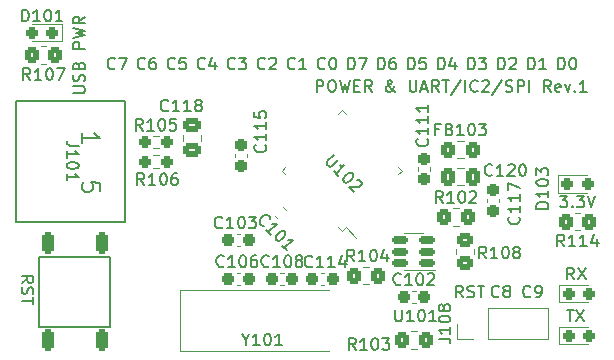
<source format=gbr>
%TF.GenerationSoftware,KiCad,Pcbnew,7.0.5*%
%TF.CreationDate,2023-07-22T19:28:39+09:00*%
%TF.ProjectId,power,706f7765-722e-46b6-9963-61645f706362,rev?*%
%TF.SameCoordinates,Original*%
%TF.FileFunction,Legend,Top*%
%TF.FilePolarity,Positive*%
%FSLAX46Y46*%
G04 Gerber Fmt 4.6, Leading zero omitted, Abs format (unit mm)*
G04 Created by KiCad (PCBNEW 7.0.5) date 2023-07-22 19:28:39*
%MOMM*%
%LPD*%
G01*
G04 APERTURE LIST*
G04 Aperture macros list*
%AMRoundRect*
0 Rectangle with rounded corners*
0 $1 Rounding radius*
0 $2 $3 $4 $5 $6 $7 $8 $9 X,Y pos of 4 corners*
0 Add a 4 corners polygon primitive as box body*
4,1,4,$2,$3,$4,$5,$6,$7,$8,$9,$2,$3,0*
0 Add four circle primitives for the rounded corners*
1,1,$1+$1,$2,$3*
1,1,$1+$1,$4,$5*
1,1,$1+$1,$6,$7*
1,1,$1+$1,$8,$9*
0 Add four rect primitives between the rounded corners*
20,1,$1+$1,$2,$3,$4,$5,0*
20,1,$1+$1,$4,$5,$6,$7,0*
20,1,$1+$1,$6,$7,$8,$9,0*
20,1,$1+$1,$8,$9,$2,$3,0*%
G04 Aperture macros list end*
%ADD10C,0.150000*%
%ADD11C,0.120000*%
%ADD12RoundRect,0.237500X-0.287500X-0.237500X0.287500X-0.237500X0.287500X0.237500X-0.287500X0.237500X0*%
%ADD13RoundRect,0.150000X0.512500X0.150000X-0.512500X0.150000X-0.512500X-0.150000X0.512500X-0.150000X0*%
%ADD14RoundRect,0.237500X0.287500X0.237500X-0.287500X0.237500X-0.287500X-0.237500X0.287500X-0.237500X0*%
%ADD15RoundRect,0.250000X-0.337500X-0.475000X0.337500X-0.475000X0.337500X0.475000X-0.337500X0.475000X0*%
%ADD16RoundRect,0.237500X0.237500X-0.300000X0.237500X0.300000X-0.237500X0.300000X-0.237500X-0.300000X0*%
%ADD17C,1.200000*%
%ADD18O,2.600000X1.500000*%
%ADD19RoundRect,0.237500X0.300000X0.237500X-0.300000X0.237500X-0.300000X-0.237500X0.300000X-0.237500X0*%
%ADD20RoundRect,0.250000X-0.350000X-0.450000X0.350000X-0.450000X0.350000X0.450000X-0.350000X0.450000X0*%
%ADD21RoundRect,0.237500X-0.237500X0.300000X-0.237500X-0.300000X0.237500X-0.300000X0.237500X0.300000X0*%
%ADD22RoundRect,0.237500X-0.300000X-0.237500X0.300000X-0.237500X0.300000X0.237500X-0.300000X0.237500X0*%
%ADD23RoundRect,0.237500X-0.250000X-0.237500X0.250000X-0.237500X0.250000X0.237500X-0.250000X0.237500X0*%
%ADD24RoundRect,0.075000X0.521491X-0.415425X-0.415425X0.521491X-0.521491X0.415425X0.415425X-0.521491X0*%
%ADD25RoundRect,0.075000X0.521491X0.415425X0.415425X0.521491X-0.521491X-0.415425X-0.415425X-0.521491X0*%
%ADD26R,4.500000X2.000000*%
%ADD27RoundRect,0.250000X-0.450000X0.350000X-0.450000X-0.350000X0.450000X-0.350000X0.450000X0.350000X0*%
%ADD28RoundRect,0.250000X0.250000X-0.650000X0.250000X0.650000X-0.250000X0.650000X-0.250000X-0.650000X0*%
%ADD29R,1.700000X1.700000*%
%ADD30O,1.700000X1.700000*%
%ADD31RoundRect,0.237500X-0.380070X0.044194X0.044194X-0.380070X0.380070X-0.044194X-0.044194X0.380070X0*%
%ADD32RoundRect,0.250000X0.350000X0.450000X-0.350000X0.450000X-0.350000X-0.450000X0.350000X-0.450000X0*%
%ADD33RoundRect,0.250000X0.475000X-0.337500X0.475000X0.337500X-0.475000X0.337500X-0.475000X-0.337500X0*%
%ADD34RoundRect,0.250000X0.325000X0.450000X-0.325000X0.450000X-0.325000X-0.450000X0.325000X-0.450000X0*%
G04 APERTURE END LIST*
D10*
X72096333Y-43539580D02*
X72048714Y-43587200D01*
X72048714Y-43587200D02*
X71905857Y-43634819D01*
X71905857Y-43634819D02*
X71810619Y-43634819D01*
X71810619Y-43634819D02*
X71667762Y-43587200D01*
X71667762Y-43587200D02*
X71572524Y-43491961D01*
X71572524Y-43491961D02*
X71524905Y-43396723D01*
X71524905Y-43396723D02*
X71477286Y-43206247D01*
X71477286Y-43206247D02*
X71477286Y-43063390D01*
X71477286Y-43063390D02*
X71524905Y-42872914D01*
X71524905Y-42872914D02*
X71572524Y-42777676D01*
X71572524Y-42777676D02*
X71667762Y-42682438D01*
X71667762Y-42682438D02*
X71810619Y-42634819D01*
X71810619Y-42634819D02*
X71905857Y-42634819D01*
X71905857Y-42634819D02*
X72048714Y-42682438D01*
X72048714Y-42682438D02*
X72096333Y-42730057D01*
X72429667Y-42634819D02*
X73096333Y-42634819D01*
X73096333Y-42634819D02*
X72667762Y-43634819D01*
X109775810Y-54318819D02*
X110394857Y-54318819D01*
X110394857Y-54318819D02*
X110061524Y-54699771D01*
X110061524Y-54699771D02*
X110204381Y-54699771D01*
X110204381Y-54699771D02*
X110299619Y-54747390D01*
X110299619Y-54747390D02*
X110347238Y-54795009D01*
X110347238Y-54795009D02*
X110394857Y-54890247D01*
X110394857Y-54890247D02*
X110394857Y-55128342D01*
X110394857Y-55128342D02*
X110347238Y-55223580D01*
X110347238Y-55223580D02*
X110299619Y-55271200D01*
X110299619Y-55271200D02*
X110204381Y-55318819D01*
X110204381Y-55318819D02*
X109918667Y-55318819D01*
X109918667Y-55318819D02*
X109823429Y-55271200D01*
X109823429Y-55271200D02*
X109775810Y-55223580D01*
X110823429Y-55223580D02*
X110871048Y-55271200D01*
X110871048Y-55271200D02*
X110823429Y-55318819D01*
X110823429Y-55318819D02*
X110775810Y-55271200D01*
X110775810Y-55271200D02*
X110823429Y-55223580D01*
X110823429Y-55223580D02*
X110823429Y-55318819D01*
X111204381Y-54318819D02*
X111823428Y-54318819D01*
X111823428Y-54318819D02*
X111490095Y-54699771D01*
X111490095Y-54699771D02*
X111632952Y-54699771D01*
X111632952Y-54699771D02*
X111728190Y-54747390D01*
X111728190Y-54747390D02*
X111775809Y-54795009D01*
X111775809Y-54795009D02*
X111823428Y-54890247D01*
X111823428Y-54890247D02*
X111823428Y-55128342D01*
X111823428Y-55128342D02*
X111775809Y-55223580D01*
X111775809Y-55223580D02*
X111728190Y-55271200D01*
X111728190Y-55271200D02*
X111632952Y-55318819D01*
X111632952Y-55318819D02*
X111347238Y-55318819D01*
X111347238Y-55318819D02*
X111252000Y-55271200D01*
X111252000Y-55271200D02*
X111204381Y-55223580D01*
X112109143Y-54318819D02*
X112442476Y-55318819D01*
X112442476Y-55318819D02*
X112775809Y-54318819D01*
X109624905Y-43634819D02*
X109624905Y-42634819D01*
X109624905Y-42634819D02*
X109863000Y-42634819D01*
X109863000Y-42634819D02*
X110005857Y-42682438D01*
X110005857Y-42682438D02*
X110101095Y-42777676D01*
X110101095Y-42777676D02*
X110148714Y-42872914D01*
X110148714Y-42872914D02*
X110196333Y-43063390D01*
X110196333Y-43063390D02*
X110196333Y-43206247D01*
X110196333Y-43206247D02*
X110148714Y-43396723D01*
X110148714Y-43396723D02*
X110101095Y-43491961D01*
X110101095Y-43491961D02*
X110005857Y-43587200D01*
X110005857Y-43587200D02*
X109863000Y-43634819D01*
X109863000Y-43634819D02*
X109624905Y-43634819D01*
X110815381Y-42634819D02*
X110910619Y-42634819D01*
X110910619Y-42634819D02*
X111005857Y-42682438D01*
X111005857Y-42682438D02*
X111053476Y-42730057D01*
X111053476Y-42730057D02*
X111101095Y-42825295D01*
X111101095Y-42825295D02*
X111148714Y-43015771D01*
X111148714Y-43015771D02*
X111148714Y-43253866D01*
X111148714Y-43253866D02*
X111101095Y-43444342D01*
X111101095Y-43444342D02*
X111053476Y-43539580D01*
X111053476Y-43539580D02*
X111005857Y-43587200D01*
X111005857Y-43587200D02*
X110910619Y-43634819D01*
X110910619Y-43634819D02*
X110815381Y-43634819D01*
X110815381Y-43634819D02*
X110720143Y-43587200D01*
X110720143Y-43587200D02*
X110672524Y-43539580D01*
X110672524Y-43539580D02*
X110624905Y-43444342D01*
X110624905Y-43444342D02*
X110577286Y-43253866D01*
X110577286Y-43253866D02*
X110577286Y-43015771D01*
X110577286Y-43015771D02*
X110624905Y-42825295D01*
X110624905Y-42825295D02*
X110672524Y-42730057D01*
X110672524Y-42730057D02*
X110720143Y-42682438D01*
X110720143Y-42682438D02*
X110815381Y-42634819D01*
X87336333Y-43539580D02*
X87288714Y-43587200D01*
X87288714Y-43587200D02*
X87145857Y-43634819D01*
X87145857Y-43634819D02*
X87050619Y-43634819D01*
X87050619Y-43634819D02*
X86907762Y-43587200D01*
X86907762Y-43587200D02*
X86812524Y-43491961D01*
X86812524Y-43491961D02*
X86764905Y-43396723D01*
X86764905Y-43396723D02*
X86717286Y-43206247D01*
X86717286Y-43206247D02*
X86717286Y-43063390D01*
X86717286Y-43063390D02*
X86764905Y-42872914D01*
X86764905Y-42872914D02*
X86812524Y-42777676D01*
X86812524Y-42777676D02*
X86907762Y-42682438D01*
X86907762Y-42682438D02*
X87050619Y-42634819D01*
X87050619Y-42634819D02*
X87145857Y-42634819D01*
X87145857Y-42634819D02*
X87288714Y-42682438D01*
X87288714Y-42682438D02*
X87336333Y-42730057D01*
X88288714Y-43634819D02*
X87717286Y-43634819D01*
X88003000Y-43634819D02*
X88003000Y-42634819D01*
X88003000Y-42634819D02*
X87907762Y-42777676D01*
X87907762Y-42777676D02*
X87812524Y-42872914D01*
X87812524Y-42872914D02*
X87717286Y-42920533D01*
X89876333Y-43539580D02*
X89828714Y-43587200D01*
X89828714Y-43587200D02*
X89685857Y-43634819D01*
X89685857Y-43634819D02*
X89590619Y-43634819D01*
X89590619Y-43634819D02*
X89447762Y-43587200D01*
X89447762Y-43587200D02*
X89352524Y-43491961D01*
X89352524Y-43491961D02*
X89304905Y-43396723D01*
X89304905Y-43396723D02*
X89257286Y-43206247D01*
X89257286Y-43206247D02*
X89257286Y-43063390D01*
X89257286Y-43063390D02*
X89304905Y-42872914D01*
X89304905Y-42872914D02*
X89352524Y-42777676D01*
X89352524Y-42777676D02*
X89447762Y-42682438D01*
X89447762Y-42682438D02*
X89590619Y-42634819D01*
X89590619Y-42634819D02*
X89685857Y-42634819D01*
X89685857Y-42634819D02*
X89828714Y-42682438D01*
X89828714Y-42682438D02*
X89876333Y-42730057D01*
X90495381Y-42634819D02*
X90590619Y-42634819D01*
X90590619Y-42634819D02*
X90685857Y-42682438D01*
X90685857Y-42682438D02*
X90733476Y-42730057D01*
X90733476Y-42730057D02*
X90781095Y-42825295D01*
X90781095Y-42825295D02*
X90828714Y-43015771D01*
X90828714Y-43015771D02*
X90828714Y-43253866D01*
X90828714Y-43253866D02*
X90781095Y-43444342D01*
X90781095Y-43444342D02*
X90733476Y-43539580D01*
X90733476Y-43539580D02*
X90685857Y-43587200D01*
X90685857Y-43587200D02*
X90590619Y-43634819D01*
X90590619Y-43634819D02*
X90495381Y-43634819D01*
X90495381Y-43634819D02*
X90400143Y-43587200D01*
X90400143Y-43587200D02*
X90352524Y-43539580D01*
X90352524Y-43539580D02*
X90304905Y-43444342D01*
X90304905Y-43444342D02*
X90257286Y-43253866D01*
X90257286Y-43253866D02*
X90257286Y-43015771D01*
X90257286Y-43015771D02*
X90304905Y-42825295D01*
X90304905Y-42825295D02*
X90352524Y-42730057D01*
X90352524Y-42730057D02*
X90400143Y-42682438D01*
X90400143Y-42682438D02*
X90495381Y-42634819D01*
X77176333Y-43539580D02*
X77128714Y-43587200D01*
X77128714Y-43587200D02*
X76985857Y-43634819D01*
X76985857Y-43634819D02*
X76890619Y-43634819D01*
X76890619Y-43634819D02*
X76747762Y-43587200D01*
X76747762Y-43587200D02*
X76652524Y-43491961D01*
X76652524Y-43491961D02*
X76604905Y-43396723D01*
X76604905Y-43396723D02*
X76557286Y-43206247D01*
X76557286Y-43206247D02*
X76557286Y-43063390D01*
X76557286Y-43063390D02*
X76604905Y-42872914D01*
X76604905Y-42872914D02*
X76652524Y-42777676D01*
X76652524Y-42777676D02*
X76747762Y-42682438D01*
X76747762Y-42682438D02*
X76890619Y-42634819D01*
X76890619Y-42634819D02*
X76985857Y-42634819D01*
X76985857Y-42634819D02*
X77128714Y-42682438D01*
X77128714Y-42682438D02*
X77176333Y-42730057D01*
X78081095Y-42634819D02*
X77604905Y-42634819D01*
X77604905Y-42634819D02*
X77557286Y-43111009D01*
X77557286Y-43111009D02*
X77604905Y-43063390D01*
X77604905Y-43063390D02*
X77700143Y-43015771D01*
X77700143Y-43015771D02*
X77938238Y-43015771D01*
X77938238Y-43015771D02*
X78033476Y-43063390D01*
X78033476Y-43063390D02*
X78081095Y-43111009D01*
X78081095Y-43111009D02*
X78128714Y-43206247D01*
X78128714Y-43206247D02*
X78128714Y-43444342D01*
X78128714Y-43444342D02*
X78081095Y-43539580D01*
X78081095Y-43539580D02*
X78033476Y-43587200D01*
X78033476Y-43587200D02*
X77938238Y-43634819D01*
X77938238Y-43634819D02*
X77700143Y-43634819D01*
X77700143Y-43634819D02*
X77604905Y-43587200D01*
X77604905Y-43587200D02*
X77557286Y-43539580D01*
X110958333Y-61414819D02*
X110625000Y-60938628D01*
X110386905Y-61414819D02*
X110386905Y-60414819D01*
X110386905Y-60414819D02*
X110767857Y-60414819D01*
X110767857Y-60414819D02*
X110863095Y-60462438D01*
X110863095Y-60462438D02*
X110910714Y-60510057D01*
X110910714Y-60510057D02*
X110958333Y-60605295D01*
X110958333Y-60605295D02*
X110958333Y-60748152D01*
X110958333Y-60748152D02*
X110910714Y-60843390D01*
X110910714Y-60843390D02*
X110863095Y-60891009D01*
X110863095Y-60891009D02*
X110767857Y-60938628D01*
X110767857Y-60938628D02*
X110386905Y-60938628D01*
X111291667Y-60414819D02*
X111958333Y-61414819D01*
X111958333Y-60414819D02*
X111291667Y-61414819D01*
X110363095Y-63970819D02*
X110934523Y-63970819D01*
X110648809Y-64970819D02*
X110648809Y-63970819D01*
X111172619Y-63970819D02*
X111839285Y-64970819D01*
X111839285Y-63970819D02*
X111172619Y-64970819D01*
X84796333Y-43539580D02*
X84748714Y-43587200D01*
X84748714Y-43587200D02*
X84605857Y-43634819D01*
X84605857Y-43634819D02*
X84510619Y-43634819D01*
X84510619Y-43634819D02*
X84367762Y-43587200D01*
X84367762Y-43587200D02*
X84272524Y-43491961D01*
X84272524Y-43491961D02*
X84224905Y-43396723D01*
X84224905Y-43396723D02*
X84177286Y-43206247D01*
X84177286Y-43206247D02*
X84177286Y-43063390D01*
X84177286Y-43063390D02*
X84224905Y-42872914D01*
X84224905Y-42872914D02*
X84272524Y-42777676D01*
X84272524Y-42777676D02*
X84367762Y-42682438D01*
X84367762Y-42682438D02*
X84510619Y-42634819D01*
X84510619Y-42634819D02*
X84605857Y-42634819D01*
X84605857Y-42634819D02*
X84748714Y-42682438D01*
X84748714Y-42682438D02*
X84796333Y-42730057D01*
X85177286Y-42730057D02*
X85224905Y-42682438D01*
X85224905Y-42682438D02*
X85320143Y-42634819D01*
X85320143Y-42634819D02*
X85558238Y-42634819D01*
X85558238Y-42634819D02*
X85653476Y-42682438D01*
X85653476Y-42682438D02*
X85701095Y-42730057D01*
X85701095Y-42730057D02*
X85748714Y-42825295D01*
X85748714Y-42825295D02*
X85748714Y-42920533D01*
X85748714Y-42920533D02*
X85701095Y-43063390D01*
X85701095Y-43063390D02*
X85129667Y-43634819D01*
X85129667Y-43634819D02*
X85748714Y-43634819D01*
X82256333Y-43539580D02*
X82208714Y-43587200D01*
X82208714Y-43587200D02*
X82065857Y-43634819D01*
X82065857Y-43634819D02*
X81970619Y-43634819D01*
X81970619Y-43634819D02*
X81827762Y-43587200D01*
X81827762Y-43587200D02*
X81732524Y-43491961D01*
X81732524Y-43491961D02*
X81684905Y-43396723D01*
X81684905Y-43396723D02*
X81637286Y-43206247D01*
X81637286Y-43206247D02*
X81637286Y-43063390D01*
X81637286Y-43063390D02*
X81684905Y-42872914D01*
X81684905Y-42872914D02*
X81732524Y-42777676D01*
X81732524Y-42777676D02*
X81827762Y-42682438D01*
X81827762Y-42682438D02*
X81970619Y-42634819D01*
X81970619Y-42634819D02*
X82065857Y-42634819D01*
X82065857Y-42634819D02*
X82208714Y-42682438D01*
X82208714Y-42682438D02*
X82256333Y-42730057D01*
X82589667Y-42634819D02*
X83208714Y-42634819D01*
X83208714Y-42634819D02*
X82875381Y-43015771D01*
X82875381Y-43015771D02*
X83018238Y-43015771D01*
X83018238Y-43015771D02*
X83113476Y-43063390D01*
X83113476Y-43063390D02*
X83161095Y-43111009D01*
X83161095Y-43111009D02*
X83208714Y-43206247D01*
X83208714Y-43206247D02*
X83208714Y-43444342D01*
X83208714Y-43444342D02*
X83161095Y-43539580D01*
X83161095Y-43539580D02*
X83113476Y-43587200D01*
X83113476Y-43587200D02*
X83018238Y-43634819D01*
X83018238Y-43634819D02*
X82732524Y-43634819D01*
X82732524Y-43634819D02*
X82637286Y-43587200D01*
X82637286Y-43587200D02*
X82589667Y-43539580D01*
X79716333Y-43539580D02*
X79668714Y-43587200D01*
X79668714Y-43587200D02*
X79525857Y-43634819D01*
X79525857Y-43634819D02*
X79430619Y-43634819D01*
X79430619Y-43634819D02*
X79287762Y-43587200D01*
X79287762Y-43587200D02*
X79192524Y-43491961D01*
X79192524Y-43491961D02*
X79144905Y-43396723D01*
X79144905Y-43396723D02*
X79097286Y-43206247D01*
X79097286Y-43206247D02*
X79097286Y-43063390D01*
X79097286Y-43063390D02*
X79144905Y-42872914D01*
X79144905Y-42872914D02*
X79192524Y-42777676D01*
X79192524Y-42777676D02*
X79287762Y-42682438D01*
X79287762Y-42682438D02*
X79430619Y-42634819D01*
X79430619Y-42634819D02*
X79525857Y-42634819D01*
X79525857Y-42634819D02*
X79668714Y-42682438D01*
X79668714Y-42682438D02*
X79716333Y-42730057D01*
X80573476Y-42968152D02*
X80573476Y-43634819D01*
X80335381Y-42587200D02*
X80097286Y-43301485D01*
X80097286Y-43301485D02*
X80716333Y-43301485D01*
X101560380Y-62938819D02*
X101227047Y-62462628D01*
X100988952Y-62938819D02*
X100988952Y-61938819D01*
X100988952Y-61938819D02*
X101369904Y-61938819D01*
X101369904Y-61938819D02*
X101465142Y-61986438D01*
X101465142Y-61986438D02*
X101512761Y-62034057D01*
X101512761Y-62034057D02*
X101560380Y-62129295D01*
X101560380Y-62129295D02*
X101560380Y-62272152D01*
X101560380Y-62272152D02*
X101512761Y-62367390D01*
X101512761Y-62367390D02*
X101465142Y-62415009D01*
X101465142Y-62415009D02*
X101369904Y-62462628D01*
X101369904Y-62462628D02*
X100988952Y-62462628D01*
X101941333Y-62891200D02*
X102084190Y-62938819D01*
X102084190Y-62938819D02*
X102322285Y-62938819D01*
X102322285Y-62938819D02*
X102417523Y-62891200D01*
X102417523Y-62891200D02*
X102465142Y-62843580D01*
X102465142Y-62843580D02*
X102512761Y-62748342D01*
X102512761Y-62748342D02*
X102512761Y-62653104D01*
X102512761Y-62653104D02*
X102465142Y-62557866D01*
X102465142Y-62557866D02*
X102417523Y-62510247D01*
X102417523Y-62510247D02*
X102322285Y-62462628D01*
X102322285Y-62462628D02*
X102131809Y-62415009D01*
X102131809Y-62415009D02*
X102036571Y-62367390D01*
X102036571Y-62367390D02*
X101988952Y-62319771D01*
X101988952Y-62319771D02*
X101941333Y-62224533D01*
X101941333Y-62224533D02*
X101941333Y-62129295D01*
X101941333Y-62129295D02*
X101988952Y-62034057D01*
X101988952Y-62034057D02*
X102036571Y-61986438D01*
X102036571Y-61986438D02*
X102131809Y-61938819D01*
X102131809Y-61938819D02*
X102369904Y-61938819D01*
X102369904Y-61938819D02*
X102512761Y-61986438D01*
X102798476Y-61938819D02*
X103369904Y-61938819D01*
X103084190Y-62938819D02*
X103084190Y-61938819D01*
X104544905Y-43634819D02*
X104544905Y-42634819D01*
X104544905Y-42634819D02*
X104783000Y-42634819D01*
X104783000Y-42634819D02*
X104925857Y-42682438D01*
X104925857Y-42682438D02*
X105021095Y-42777676D01*
X105021095Y-42777676D02*
X105068714Y-42872914D01*
X105068714Y-42872914D02*
X105116333Y-43063390D01*
X105116333Y-43063390D02*
X105116333Y-43206247D01*
X105116333Y-43206247D02*
X105068714Y-43396723D01*
X105068714Y-43396723D02*
X105021095Y-43491961D01*
X105021095Y-43491961D02*
X104925857Y-43587200D01*
X104925857Y-43587200D02*
X104783000Y-43634819D01*
X104783000Y-43634819D02*
X104544905Y-43634819D01*
X105497286Y-42730057D02*
X105544905Y-42682438D01*
X105544905Y-42682438D02*
X105640143Y-42634819D01*
X105640143Y-42634819D02*
X105878238Y-42634819D01*
X105878238Y-42634819D02*
X105973476Y-42682438D01*
X105973476Y-42682438D02*
X106021095Y-42730057D01*
X106021095Y-42730057D02*
X106068714Y-42825295D01*
X106068714Y-42825295D02*
X106068714Y-42920533D01*
X106068714Y-42920533D02*
X106021095Y-43063390D01*
X106021095Y-43063390D02*
X105449667Y-43634819D01*
X105449667Y-43634819D02*
X106068714Y-43634819D01*
X107275333Y-62843580D02*
X107227714Y-62891200D01*
X107227714Y-62891200D02*
X107084857Y-62938819D01*
X107084857Y-62938819D02*
X106989619Y-62938819D01*
X106989619Y-62938819D02*
X106846762Y-62891200D01*
X106846762Y-62891200D02*
X106751524Y-62795961D01*
X106751524Y-62795961D02*
X106703905Y-62700723D01*
X106703905Y-62700723D02*
X106656286Y-62510247D01*
X106656286Y-62510247D02*
X106656286Y-62367390D01*
X106656286Y-62367390D02*
X106703905Y-62176914D01*
X106703905Y-62176914D02*
X106751524Y-62081676D01*
X106751524Y-62081676D02*
X106846762Y-61986438D01*
X106846762Y-61986438D02*
X106989619Y-61938819D01*
X106989619Y-61938819D02*
X107084857Y-61938819D01*
X107084857Y-61938819D02*
X107227714Y-61986438D01*
X107227714Y-61986438D02*
X107275333Y-62034057D01*
X107751524Y-62938819D02*
X107942000Y-62938819D01*
X107942000Y-62938819D02*
X108037238Y-62891200D01*
X108037238Y-62891200D02*
X108084857Y-62843580D01*
X108084857Y-62843580D02*
X108180095Y-62700723D01*
X108180095Y-62700723D02*
X108227714Y-62510247D01*
X108227714Y-62510247D02*
X108227714Y-62129295D01*
X108227714Y-62129295D02*
X108180095Y-62034057D01*
X108180095Y-62034057D02*
X108132476Y-61986438D01*
X108132476Y-61986438D02*
X108037238Y-61938819D01*
X108037238Y-61938819D02*
X107846762Y-61938819D01*
X107846762Y-61938819D02*
X107751524Y-61986438D01*
X107751524Y-61986438D02*
X107703905Y-62034057D01*
X107703905Y-62034057D02*
X107656286Y-62129295D01*
X107656286Y-62129295D02*
X107656286Y-62367390D01*
X107656286Y-62367390D02*
X107703905Y-62462628D01*
X107703905Y-62462628D02*
X107751524Y-62510247D01*
X107751524Y-62510247D02*
X107846762Y-62557866D01*
X107846762Y-62557866D02*
X108037238Y-62557866D01*
X108037238Y-62557866D02*
X108132476Y-62510247D01*
X108132476Y-62510247D02*
X108180095Y-62462628D01*
X108180095Y-62462628D02*
X108227714Y-62367390D01*
X104608333Y-62843580D02*
X104560714Y-62891200D01*
X104560714Y-62891200D02*
X104417857Y-62938819D01*
X104417857Y-62938819D02*
X104322619Y-62938819D01*
X104322619Y-62938819D02*
X104179762Y-62891200D01*
X104179762Y-62891200D02*
X104084524Y-62795961D01*
X104084524Y-62795961D02*
X104036905Y-62700723D01*
X104036905Y-62700723D02*
X103989286Y-62510247D01*
X103989286Y-62510247D02*
X103989286Y-62367390D01*
X103989286Y-62367390D02*
X104036905Y-62176914D01*
X104036905Y-62176914D02*
X104084524Y-62081676D01*
X104084524Y-62081676D02*
X104179762Y-61986438D01*
X104179762Y-61986438D02*
X104322619Y-61938819D01*
X104322619Y-61938819D02*
X104417857Y-61938819D01*
X104417857Y-61938819D02*
X104560714Y-61986438D01*
X104560714Y-61986438D02*
X104608333Y-62034057D01*
X105179762Y-62367390D02*
X105084524Y-62319771D01*
X105084524Y-62319771D02*
X105036905Y-62272152D01*
X105036905Y-62272152D02*
X104989286Y-62176914D01*
X104989286Y-62176914D02*
X104989286Y-62129295D01*
X104989286Y-62129295D02*
X105036905Y-62034057D01*
X105036905Y-62034057D02*
X105084524Y-61986438D01*
X105084524Y-61986438D02*
X105179762Y-61938819D01*
X105179762Y-61938819D02*
X105370238Y-61938819D01*
X105370238Y-61938819D02*
X105465476Y-61986438D01*
X105465476Y-61986438D02*
X105513095Y-62034057D01*
X105513095Y-62034057D02*
X105560714Y-62129295D01*
X105560714Y-62129295D02*
X105560714Y-62176914D01*
X105560714Y-62176914D02*
X105513095Y-62272152D01*
X105513095Y-62272152D02*
X105465476Y-62319771D01*
X105465476Y-62319771D02*
X105370238Y-62367390D01*
X105370238Y-62367390D02*
X105179762Y-62367390D01*
X105179762Y-62367390D02*
X105084524Y-62415009D01*
X105084524Y-62415009D02*
X105036905Y-62462628D01*
X105036905Y-62462628D02*
X104989286Y-62557866D01*
X104989286Y-62557866D02*
X104989286Y-62748342D01*
X104989286Y-62748342D02*
X105036905Y-62843580D01*
X105036905Y-62843580D02*
X105084524Y-62891200D01*
X105084524Y-62891200D02*
X105179762Y-62938819D01*
X105179762Y-62938819D02*
X105370238Y-62938819D01*
X105370238Y-62938819D02*
X105465476Y-62891200D01*
X105465476Y-62891200D02*
X105513095Y-62843580D01*
X105513095Y-62843580D02*
X105560714Y-62748342D01*
X105560714Y-62748342D02*
X105560714Y-62557866D01*
X105560714Y-62557866D02*
X105513095Y-62462628D01*
X105513095Y-62462628D02*
X105465476Y-62415009D01*
X105465476Y-62415009D02*
X105370238Y-62367390D01*
X99464905Y-43634819D02*
X99464905Y-42634819D01*
X99464905Y-42634819D02*
X99703000Y-42634819D01*
X99703000Y-42634819D02*
X99845857Y-42682438D01*
X99845857Y-42682438D02*
X99941095Y-42777676D01*
X99941095Y-42777676D02*
X99988714Y-42872914D01*
X99988714Y-42872914D02*
X100036333Y-43063390D01*
X100036333Y-43063390D02*
X100036333Y-43206247D01*
X100036333Y-43206247D02*
X99988714Y-43396723D01*
X99988714Y-43396723D02*
X99941095Y-43491961D01*
X99941095Y-43491961D02*
X99845857Y-43587200D01*
X99845857Y-43587200D02*
X99703000Y-43634819D01*
X99703000Y-43634819D02*
X99464905Y-43634819D01*
X100893476Y-42968152D02*
X100893476Y-43634819D01*
X100655381Y-42587200D02*
X100417286Y-43301485D01*
X100417286Y-43301485D02*
X101036333Y-43301485D01*
X89179238Y-45539819D02*
X89179238Y-44539819D01*
X89179238Y-44539819D02*
X89560190Y-44539819D01*
X89560190Y-44539819D02*
X89655428Y-44587438D01*
X89655428Y-44587438D02*
X89703047Y-44635057D01*
X89703047Y-44635057D02*
X89750666Y-44730295D01*
X89750666Y-44730295D02*
X89750666Y-44873152D01*
X89750666Y-44873152D02*
X89703047Y-44968390D01*
X89703047Y-44968390D02*
X89655428Y-45016009D01*
X89655428Y-45016009D02*
X89560190Y-45063628D01*
X89560190Y-45063628D02*
X89179238Y-45063628D01*
X90369714Y-44539819D02*
X90560190Y-44539819D01*
X90560190Y-44539819D02*
X90655428Y-44587438D01*
X90655428Y-44587438D02*
X90750666Y-44682676D01*
X90750666Y-44682676D02*
X90798285Y-44873152D01*
X90798285Y-44873152D02*
X90798285Y-45206485D01*
X90798285Y-45206485D02*
X90750666Y-45396961D01*
X90750666Y-45396961D02*
X90655428Y-45492200D01*
X90655428Y-45492200D02*
X90560190Y-45539819D01*
X90560190Y-45539819D02*
X90369714Y-45539819D01*
X90369714Y-45539819D02*
X90274476Y-45492200D01*
X90274476Y-45492200D02*
X90179238Y-45396961D01*
X90179238Y-45396961D02*
X90131619Y-45206485D01*
X90131619Y-45206485D02*
X90131619Y-44873152D01*
X90131619Y-44873152D02*
X90179238Y-44682676D01*
X90179238Y-44682676D02*
X90274476Y-44587438D01*
X90274476Y-44587438D02*
X90369714Y-44539819D01*
X91131619Y-44539819D02*
X91369714Y-45539819D01*
X91369714Y-45539819D02*
X91560190Y-44825533D01*
X91560190Y-44825533D02*
X91750666Y-45539819D01*
X91750666Y-45539819D02*
X91988762Y-44539819D01*
X92369714Y-45016009D02*
X92703047Y-45016009D01*
X92845904Y-45539819D02*
X92369714Y-45539819D01*
X92369714Y-45539819D02*
X92369714Y-44539819D01*
X92369714Y-44539819D02*
X92845904Y-44539819D01*
X93845904Y-45539819D02*
X93512571Y-45063628D01*
X93274476Y-45539819D02*
X93274476Y-44539819D01*
X93274476Y-44539819D02*
X93655428Y-44539819D01*
X93655428Y-44539819D02*
X93750666Y-44587438D01*
X93750666Y-44587438D02*
X93798285Y-44635057D01*
X93798285Y-44635057D02*
X93845904Y-44730295D01*
X93845904Y-44730295D02*
X93845904Y-44873152D01*
X93845904Y-44873152D02*
X93798285Y-44968390D01*
X93798285Y-44968390D02*
X93750666Y-45016009D01*
X93750666Y-45016009D02*
X93655428Y-45063628D01*
X93655428Y-45063628D02*
X93274476Y-45063628D01*
X95845905Y-45539819D02*
X95798286Y-45539819D01*
X95798286Y-45539819D02*
X95703047Y-45492200D01*
X95703047Y-45492200D02*
X95560190Y-45349342D01*
X95560190Y-45349342D02*
X95322095Y-45063628D01*
X95322095Y-45063628D02*
X95226857Y-44920771D01*
X95226857Y-44920771D02*
X95179238Y-44777914D01*
X95179238Y-44777914D02*
X95179238Y-44682676D01*
X95179238Y-44682676D02*
X95226857Y-44587438D01*
X95226857Y-44587438D02*
X95322095Y-44539819D01*
X95322095Y-44539819D02*
X95369714Y-44539819D01*
X95369714Y-44539819D02*
X95464952Y-44587438D01*
X95464952Y-44587438D02*
X95512571Y-44682676D01*
X95512571Y-44682676D02*
X95512571Y-44730295D01*
X95512571Y-44730295D02*
X95464952Y-44825533D01*
X95464952Y-44825533D02*
X95417333Y-44873152D01*
X95417333Y-44873152D02*
X95131619Y-45063628D01*
X95131619Y-45063628D02*
X95084000Y-45111247D01*
X95084000Y-45111247D02*
X95036381Y-45206485D01*
X95036381Y-45206485D02*
X95036381Y-45349342D01*
X95036381Y-45349342D02*
X95084000Y-45444580D01*
X95084000Y-45444580D02*
X95131619Y-45492200D01*
X95131619Y-45492200D02*
X95226857Y-45539819D01*
X95226857Y-45539819D02*
X95369714Y-45539819D01*
X95369714Y-45539819D02*
X95464952Y-45492200D01*
X95464952Y-45492200D02*
X95512571Y-45444580D01*
X95512571Y-45444580D02*
X95655428Y-45254104D01*
X95655428Y-45254104D02*
X95703047Y-45111247D01*
X95703047Y-45111247D02*
X95703047Y-45016009D01*
X97036381Y-44539819D02*
X97036381Y-45349342D01*
X97036381Y-45349342D02*
X97084000Y-45444580D01*
X97084000Y-45444580D02*
X97131619Y-45492200D01*
X97131619Y-45492200D02*
X97226857Y-45539819D01*
X97226857Y-45539819D02*
X97417333Y-45539819D01*
X97417333Y-45539819D02*
X97512571Y-45492200D01*
X97512571Y-45492200D02*
X97560190Y-45444580D01*
X97560190Y-45444580D02*
X97607809Y-45349342D01*
X97607809Y-45349342D02*
X97607809Y-44539819D01*
X98036381Y-45254104D02*
X98512571Y-45254104D01*
X97941143Y-45539819D02*
X98274476Y-44539819D01*
X98274476Y-44539819D02*
X98607809Y-45539819D01*
X99512571Y-45539819D02*
X99179238Y-45063628D01*
X98941143Y-45539819D02*
X98941143Y-44539819D01*
X98941143Y-44539819D02*
X99322095Y-44539819D01*
X99322095Y-44539819D02*
X99417333Y-44587438D01*
X99417333Y-44587438D02*
X99464952Y-44635057D01*
X99464952Y-44635057D02*
X99512571Y-44730295D01*
X99512571Y-44730295D02*
X99512571Y-44873152D01*
X99512571Y-44873152D02*
X99464952Y-44968390D01*
X99464952Y-44968390D02*
X99417333Y-45016009D01*
X99417333Y-45016009D02*
X99322095Y-45063628D01*
X99322095Y-45063628D02*
X98941143Y-45063628D01*
X99798286Y-44539819D02*
X100369714Y-44539819D01*
X100084000Y-45539819D02*
X100084000Y-44539819D01*
X101417333Y-44492200D02*
X100560191Y-45777914D01*
X101750667Y-45539819D02*
X101750667Y-44539819D01*
X102798285Y-45444580D02*
X102750666Y-45492200D01*
X102750666Y-45492200D02*
X102607809Y-45539819D01*
X102607809Y-45539819D02*
X102512571Y-45539819D01*
X102512571Y-45539819D02*
X102369714Y-45492200D01*
X102369714Y-45492200D02*
X102274476Y-45396961D01*
X102274476Y-45396961D02*
X102226857Y-45301723D01*
X102226857Y-45301723D02*
X102179238Y-45111247D01*
X102179238Y-45111247D02*
X102179238Y-44968390D01*
X102179238Y-44968390D02*
X102226857Y-44777914D01*
X102226857Y-44777914D02*
X102274476Y-44682676D01*
X102274476Y-44682676D02*
X102369714Y-44587438D01*
X102369714Y-44587438D02*
X102512571Y-44539819D01*
X102512571Y-44539819D02*
X102607809Y-44539819D01*
X102607809Y-44539819D02*
X102750666Y-44587438D01*
X102750666Y-44587438D02*
X102798285Y-44635057D01*
X103179238Y-44635057D02*
X103226857Y-44587438D01*
X103226857Y-44587438D02*
X103322095Y-44539819D01*
X103322095Y-44539819D02*
X103560190Y-44539819D01*
X103560190Y-44539819D02*
X103655428Y-44587438D01*
X103655428Y-44587438D02*
X103703047Y-44635057D01*
X103703047Y-44635057D02*
X103750666Y-44730295D01*
X103750666Y-44730295D02*
X103750666Y-44825533D01*
X103750666Y-44825533D02*
X103703047Y-44968390D01*
X103703047Y-44968390D02*
X103131619Y-45539819D01*
X103131619Y-45539819D02*
X103750666Y-45539819D01*
X104893523Y-44492200D02*
X104036381Y-45777914D01*
X105179238Y-45492200D02*
X105322095Y-45539819D01*
X105322095Y-45539819D02*
X105560190Y-45539819D01*
X105560190Y-45539819D02*
X105655428Y-45492200D01*
X105655428Y-45492200D02*
X105703047Y-45444580D01*
X105703047Y-45444580D02*
X105750666Y-45349342D01*
X105750666Y-45349342D02*
X105750666Y-45254104D01*
X105750666Y-45254104D02*
X105703047Y-45158866D01*
X105703047Y-45158866D02*
X105655428Y-45111247D01*
X105655428Y-45111247D02*
X105560190Y-45063628D01*
X105560190Y-45063628D02*
X105369714Y-45016009D01*
X105369714Y-45016009D02*
X105274476Y-44968390D01*
X105274476Y-44968390D02*
X105226857Y-44920771D01*
X105226857Y-44920771D02*
X105179238Y-44825533D01*
X105179238Y-44825533D02*
X105179238Y-44730295D01*
X105179238Y-44730295D02*
X105226857Y-44635057D01*
X105226857Y-44635057D02*
X105274476Y-44587438D01*
X105274476Y-44587438D02*
X105369714Y-44539819D01*
X105369714Y-44539819D02*
X105607809Y-44539819D01*
X105607809Y-44539819D02*
X105750666Y-44587438D01*
X106179238Y-45539819D02*
X106179238Y-44539819D01*
X106179238Y-44539819D02*
X106560190Y-44539819D01*
X106560190Y-44539819D02*
X106655428Y-44587438D01*
X106655428Y-44587438D02*
X106703047Y-44635057D01*
X106703047Y-44635057D02*
X106750666Y-44730295D01*
X106750666Y-44730295D02*
X106750666Y-44873152D01*
X106750666Y-44873152D02*
X106703047Y-44968390D01*
X106703047Y-44968390D02*
X106655428Y-45016009D01*
X106655428Y-45016009D02*
X106560190Y-45063628D01*
X106560190Y-45063628D02*
X106179238Y-45063628D01*
X107179238Y-45539819D02*
X107179238Y-44539819D01*
X108988761Y-45539819D02*
X108655428Y-45063628D01*
X108417333Y-45539819D02*
X108417333Y-44539819D01*
X108417333Y-44539819D02*
X108798285Y-44539819D01*
X108798285Y-44539819D02*
X108893523Y-44587438D01*
X108893523Y-44587438D02*
X108941142Y-44635057D01*
X108941142Y-44635057D02*
X108988761Y-44730295D01*
X108988761Y-44730295D02*
X108988761Y-44873152D01*
X108988761Y-44873152D02*
X108941142Y-44968390D01*
X108941142Y-44968390D02*
X108893523Y-45016009D01*
X108893523Y-45016009D02*
X108798285Y-45063628D01*
X108798285Y-45063628D02*
X108417333Y-45063628D01*
X109798285Y-45492200D02*
X109703047Y-45539819D01*
X109703047Y-45539819D02*
X109512571Y-45539819D01*
X109512571Y-45539819D02*
X109417333Y-45492200D01*
X109417333Y-45492200D02*
X109369714Y-45396961D01*
X109369714Y-45396961D02*
X109369714Y-45016009D01*
X109369714Y-45016009D02*
X109417333Y-44920771D01*
X109417333Y-44920771D02*
X109512571Y-44873152D01*
X109512571Y-44873152D02*
X109703047Y-44873152D01*
X109703047Y-44873152D02*
X109798285Y-44920771D01*
X109798285Y-44920771D02*
X109845904Y-45016009D01*
X109845904Y-45016009D02*
X109845904Y-45111247D01*
X109845904Y-45111247D02*
X109369714Y-45206485D01*
X110179238Y-44873152D02*
X110417333Y-45539819D01*
X110417333Y-45539819D02*
X110655428Y-44873152D01*
X111036381Y-45444580D02*
X111084000Y-45492200D01*
X111084000Y-45492200D02*
X111036381Y-45539819D01*
X111036381Y-45539819D02*
X110988762Y-45492200D01*
X110988762Y-45492200D02*
X111036381Y-45444580D01*
X111036381Y-45444580D02*
X111036381Y-45539819D01*
X112036380Y-45539819D02*
X111464952Y-45539819D01*
X111750666Y-45539819D02*
X111750666Y-44539819D01*
X111750666Y-44539819D02*
X111655428Y-44682676D01*
X111655428Y-44682676D02*
X111560190Y-44777914D01*
X111560190Y-44777914D02*
X111464952Y-44825533D01*
X74636333Y-43539580D02*
X74588714Y-43587200D01*
X74588714Y-43587200D02*
X74445857Y-43634819D01*
X74445857Y-43634819D02*
X74350619Y-43634819D01*
X74350619Y-43634819D02*
X74207762Y-43587200D01*
X74207762Y-43587200D02*
X74112524Y-43491961D01*
X74112524Y-43491961D02*
X74064905Y-43396723D01*
X74064905Y-43396723D02*
X74017286Y-43206247D01*
X74017286Y-43206247D02*
X74017286Y-43063390D01*
X74017286Y-43063390D02*
X74064905Y-42872914D01*
X74064905Y-42872914D02*
X74112524Y-42777676D01*
X74112524Y-42777676D02*
X74207762Y-42682438D01*
X74207762Y-42682438D02*
X74350619Y-42634819D01*
X74350619Y-42634819D02*
X74445857Y-42634819D01*
X74445857Y-42634819D02*
X74588714Y-42682438D01*
X74588714Y-42682438D02*
X74636333Y-42730057D01*
X75493476Y-42634819D02*
X75303000Y-42634819D01*
X75303000Y-42634819D02*
X75207762Y-42682438D01*
X75207762Y-42682438D02*
X75160143Y-42730057D01*
X75160143Y-42730057D02*
X75064905Y-42872914D01*
X75064905Y-42872914D02*
X75017286Y-43063390D01*
X75017286Y-43063390D02*
X75017286Y-43444342D01*
X75017286Y-43444342D02*
X75064905Y-43539580D01*
X75064905Y-43539580D02*
X75112524Y-43587200D01*
X75112524Y-43587200D02*
X75207762Y-43634819D01*
X75207762Y-43634819D02*
X75398238Y-43634819D01*
X75398238Y-43634819D02*
X75493476Y-43587200D01*
X75493476Y-43587200D02*
X75541095Y-43539580D01*
X75541095Y-43539580D02*
X75588714Y-43444342D01*
X75588714Y-43444342D02*
X75588714Y-43206247D01*
X75588714Y-43206247D02*
X75541095Y-43111009D01*
X75541095Y-43111009D02*
X75493476Y-43063390D01*
X75493476Y-43063390D02*
X75398238Y-43015771D01*
X75398238Y-43015771D02*
X75207762Y-43015771D01*
X75207762Y-43015771D02*
X75112524Y-43063390D01*
X75112524Y-43063390D02*
X75064905Y-43111009D01*
X75064905Y-43111009D02*
X75017286Y-43206247D01*
X107084905Y-43634819D02*
X107084905Y-42634819D01*
X107084905Y-42634819D02*
X107323000Y-42634819D01*
X107323000Y-42634819D02*
X107465857Y-42682438D01*
X107465857Y-42682438D02*
X107561095Y-42777676D01*
X107561095Y-42777676D02*
X107608714Y-42872914D01*
X107608714Y-42872914D02*
X107656333Y-43063390D01*
X107656333Y-43063390D02*
X107656333Y-43206247D01*
X107656333Y-43206247D02*
X107608714Y-43396723D01*
X107608714Y-43396723D02*
X107561095Y-43491961D01*
X107561095Y-43491961D02*
X107465857Y-43587200D01*
X107465857Y-43587200D02*
X107323000Y-43634819D01*
X107323000Y-43634819D02*
X107084905Y-43634819D01*
X108608714Y-43634819D02*
X108037286Y-43634819D01*
X108323000Y-43634819D02*
X108323000Y-42634819D01*
X108323000Y-42634819D02*
X108227762Y-42777676D01*
X108227762Y-42777676D02*
X108132524Y-42872914D01*
X108132524Y-42872914D02*
X108037286Y-42920533D01*
X64188180Y-61682380D02*
X64664371Y-61349047D01*
X64188180Y-61110952D02*
X65188180Y-61110952D01*
X65188180Y-61110952D02*
X65188180Y-61491904D01*
X65188180Y-61491904D02*
X65140561Y-61587142D01*
X65140561Y-61587142D02*
X65092942Y-61634761D01*
X65092942Y-61634761D02*
X64997704Y-61682380D01*
X64997704Y-61682380D02*
X64854847Y-61682380D01*
X64854847Y-61682380D02*
X64759609Y-61634761D01*
X64759609Y-61634761D02*
X64711990Y-61587142D01*
X64711990Y-61587142D02*
X64664371Y-61491904D01*
X64664371Y-61491904D02*
X64664371Y-61110952D01*
X64235800Y-62063333D02*
X64188180Y-62206190D01*
X64188180Y-62206190D02*
X64188180Y-62444285D01*
X64188180Y-62444285D02*
X64235800Y-62539523D01*
X64235800Y-62539523D02*
X64283419Y-62587142D01*
X64283419Y-62587142D02*
X64378657Y-62634761D01*
X64378657Y-62634761D02*
X64473895Y-62634761D01*
X64473895Y-62634761D02*
X64569133Y-62587142D01*
X64569133Y-62587142D02*
X64616752Y-62539523D01*
X64616752Y-62539523D02*
X64664371Y-62444285D01*
X64664371Y-62444285D02*
X64711990Y-62253809D01*
X64711990Y-62253809D02*
X64759609Y-62158571D01*
X64759609Y-62158571D02*
X64807228Y-62110952D01*
X64807228Y-62110952D02*
X64902466Y-62063333D01*
X64902466Y-62063333D02*
X64997704Y-62063333D01*
X64997704Y-62063333D02*
X65092942Y-62110952D01*
X65092942Y-62110952D02*
X65140561Y-62158571D01*
X65140561Y-62158571D02*
X65188180Y-62253809D01*
X65188180Y-62253809D02*
X65188180Y-62491904D01*
X65188180Y-62491904D02*
X65140561Y-62634761D01*
X65188180Y-62920476D02*
X65188180Y-63491904D01*
X64188180Y-63206190D02*
X65188180Y-63206190D01*
X96924905Y-43634819D02*
X96924905Y-42634819D01*
X96924905Y-42634819D02*
X97163000Y-42634819D01*
X97163000Y-42634819D02*
X97305857Y-42682438D01*
X97305857Y-42682438D02*
X97401095Y-42777676D01*
X97401095Y-42777676D02*
X97448714Y-42872914D01*
X97448714Y-42872914D02*
X97496333Y-43063390D01*
X97496333Y-43063390D02*
X97496333Y-43206247D01*
X97496333Y-43206247D02*
X97448714Y-43396723D01*
X97448714Y-43396723D02*
X97401095Y-43491961D01*
X97401095Y-43491961D02*
X97305857Y-43587200D01*
X97305857Y-43587200D02*
X97163000Y-43634819D01*
X97163000Y-43634819D02*
X96924905Y-43634819D01*
X98401095Y-42634819D02*
X97924905Y-42634819D01*
X97924905Y-42634819D02*
X97877286Y-43111009D01*
X97877286Y-43111009D02*
X97924905Y-43063390D01*
X97924905Y-43063390D02*
X98020143Y-43015771D01*
X98020143Y-43015771D02*
X98258238Y-43015771D01*
X98258238Y-43015771D02*
X98353476Y-43063390D01*
X98353476Y-43063390D02*
X98401095Y-43111009D01*
X98401095Y-43111009D02*
X98448714Y-43206247D01*
X98448714Y-43206247D02*
X98448714Y-43444342D01*
X98448714Y-43444342D02*
X98401095Y-43539580D01*
X98401095Y-43539580D02*
X98353476Y-43587200D01*
X98353476Y-43587200D02*
X98258238Y-43634819D01*
X98258238Y-43634819D02*
X98020143Y-43634819D01*
X98020143Y-43634819D02*
X97924905Y-43587200D01*
X97924905Y-43587200D02*
X97877286Y-43539580D01*
X91844905Y-43634819D02*
X91844905Y-42634819D01*
X91844905Y-42634819D02*
X92083000Y-42634819D01*
X92083000Y-42634819D02*
X92225857Y-42682438D01*
X92225857Y-42682438D02*
X92321095Y-42777676D01*
X92321095Y-42777676D02*
X92368714Y-42872914D01*
X92368714Y-42872914D02*
X92416333Y-43063390D01*
X92416333Y-43063390D02*
X92416333Y-43206247D01*
X92416333Y-43206247D02*
X92368714Y-43396723D01*
X92368714Y-43396723D02*
X92321095Y-43491961D01*
X92321095Y-43491961D02*
X92225857Y-43587200D01*
X92225857Y-43587200D02*
X92083000Y-43634819D01*
X92083000Y-43634819D02*
X91844905Y-43634819D01*
X92749667Y-42634819D02*
X93416333Y-42634819D01*
X93416333Y-42634819D02*
X92987762Y-43634819D01*
X102004905Y-43634819D02*
X102004905Y-42634819D01*
X102004905Y-42634819D02*
X102243000Y-42634819D01*
X102243000Y-42634819D02*
X102385857Y-42682438D01*
X102385857Y-42682438D02*
X102481095Y-42777676D01*
X102481095Y-42777676D02*
X102528714Y-42872914D01*
X102528714Y-42872914D02*
X102576333Y-43063390D01*
X102576333Y-43063390D02*
X102576333Y-43206247D01*
X102576333Y-43206247D02*
X102528714Y-43396723D01*
X102528714Y-43396723D02*
X102481095Y-43491961D01*
X102481095Y-43491961D02*
X102385857Y-43587200D01*
X102385857Y-43587200D02*
X102243000Y-43634819D01*
X102243000Y-43634819D02*
X102004905Y-43634819D01*
X102909667Y-42634819D02*
X103528714Y-42634819D01*
X103528714Y-42634819D02*
X103195381Y-43015771D01*
X103195381Y-43015771D02*
X103338238Y-43015771D01*
X103338238Y-43015771D02*
X103433476Y-43063390D01*
X103433476Y-43063390D02*
X103481095Y-43111009D01*
X103481095Y-43111009D02*
X103528714Y-43206247D01*
X103528714Y-43206247D02*
X103528714Y-43444342D01*
X103528714Y-43444342D02*
X103481095Y-43539580D01*
X103481095Y-43539580D02*
X103433476Y-43587200D01*
X103433476Y-43587200D02*
X103338238Y-43634819D01*
X103338238Y-43634819D02*
X103052524Y-43634819D01*
X103052524Y-43634819D02*
X102957286Y-43587200D01*
X102957286Y-43587200D02*
X102909667Y-43539580D01*
X68542819Y-45632285D02*
X69352342Y-45632285D01*
X69352342Y-45632285D02*
X69447580Y-45584666D01*
X69447580Y-45584666D02*
X69495200Y-45537047D01*
X69495200Y-45537047D02*
X69542819Y-45441809D01*
X69542819Y-45441809D02*
X69542819Y-45251333D01*
X69542819Y-45251333D02*
X69495200Y-45156095D01*
X69495200Y-45156095D02*
X69447580Y-45108476D01*
X69447580Y-45108476D02*
X69352342Y-45060857D01*
X69352342Y-45060857D02*
X68542819Y-45060857D01*
X69495200Y-44632285D02*
X69542819Y-44489428D01*
X69542819Y-44489428D02*
X69542819Y-44251333D01*
X69542819Y-44251333D02*
X69495200Y-44156095D01*
X69495200Y-44156095D02*
X69447580Y-44108476D01*
X69447580Y-44108476D02*
X69352342Y-44060857D01*
X69352342Y-44060857D02*
X69257104Y-44060857D01*
X69257104Y-44060857D02*
X69161866Y-44108476D01*
X69161866Y-44108476D02*
X69114247Y-44156095D01*
X69114247Y-44156095D02*
X69066628Y-44251333D01*
X69066628Y-44251333D02*
X69019009Y-44441809D01*
X69019009Y-44441809D02*
X68971390Y-44537047D01*
X68971390Y-44537047D02*
X68923771Y-44584666D01*
X68923771Y-44584666D02*
X68828533Y-44632285D01*
X68828533Y-44632285D02*
X68733295Y-44632285D01*
X68733295Y-44632285D02*
X68638057Y-44584666D01*
X68638057Y-44584666D02*
X68590438Y-44537047D01*
X68590438Y-44537047D02*
X68542819Y-44441809D01*
X68542819Y-44441809D02*
X68542819Y-44203714D01*
X68542819Y-44203714D02*
X68590438Y-44060857D01*
X69019009Y-43298952D02*
X69066628Y-43156095D01*
X69066628Y-43156095D02*
X69114247Y-43108476D01*
X69114247Y-43108476D02*
X69209485Y-43060857D01*
X69209485Y-43060857D02*
X69352342Y-43060857D01*
X69352342Y-43060857D02*
X69447580Y-43108476D01*
X69447580Y-43108476D02*
X69495200Y-43156095D01*
X69495200Y-43156095D02*
X69542819Y-43251333D01*
X69542819Y-43251333D02*
X69542819Y-43632285D01*
X69542819Y-43632285D02*
X68542819Y-43632285D01*
X68542819Y-43632285D02*
X68542819Y-43298952D01*
X68542819Y-43298952D02*
X68590438Y-43203714D01*
X68590438Y-43203714D02*
X68638057Y-43156095D01*
X68638057Y-43156095D02*
X68733295Y-43108476D01*
X68733295Y-43108476D02*
X68828533Y-43108476D01*
X68828533Y-43108476D02*
X68923771Y-43156095D01*
X68923771Y-43156095D02*
X68971390Y-43203714D01*
X68971390Y-43203714D02*
X69019009Y-43298952D01*
X69019009Y-43298952D02*
X69019009Y-43632285D01*
X69542819Y-41870380D02*
X68542819Y-41870380D01*
X68542819Y-41870380D02*
X68542819Y-41489428D01*
X68542819Y-41489428D02*
X68590438Y-41394190D01*
X68590438Y-41394190D02*
X68638057Y-41346571D01*
X68638057Y-41346571D02*
X68733295Y-41298952D01*
X68733295Y-41298952D02*
X68876152Y-41298952D01*
X68876152Y-41298952D02*
X68971390Y-41346571D01*
X68971390Y-41346571D02*
X69019009Y-41394190D01*
X69019009Y-41394190D02*
X69066628Y-41489428D01*
X69066628Y-41489428D02*
X69066628Y-41870380D01*
X68542819Y-40965618D02*
X69542819Y-40727523D01*
X69542819Y-40727523D02*
X68828533Y-40537047D01*
X68828533Y-40537047D02*
X69542819Y-40346571D01*
X69542819Y-40346571D02*
X68542819Y-40108476D01*
X69542819Y-39156095D02*
X69066628Y-39489428D01*
X69542819Y-39727523D02*
X68542819Y-39727523D01*
X68542819Y-39727523D02*
X68542819Y-39346571D01*
X68542819Y-39346571D02*
X68590438Y-39251333D01*
X68590438Y-39251333D02*
X68638057Y-39203714D01*
X68638057Y-39203714D02*
X68733295Y-39156095D01*
X68733295Y-39156095D02*
X68876152Y-39156095D01*
X68876152Y-39156095D02*
X68971390Y-39203714D01*
X68971390Y-39203714D02*
X69019009Y-39251333D01*
X69019009Y-39251333D02*
X69066628Y-39346571D01*
X69066628Y-39346571D02*
X69066628Y-39727523D01*
X94384905Y-43634819D02*
X94384905Y-42634819D01*
X94384905Y-42634819D02*
X94623000Y-42634819D01*
X94623000Y-42634819D02*
X94765857Y-42682438D01*
X94765857Y-42682438D02*
X94861095Y-42777676D01*
X94861095Y-42777676D02*
X94908714Y-42872914D01*
X94908714Y-42872914D02*
X94956333Y-43063390D01*
X94956333Y-43063390D02*
X94956333Y-43206247D01*
X94956333Y-43206247D02*
X94908714Y-43396723D01*
X94908714Y-43396723D02*
X94861095Y-43491961D01*
X94861095Y-43491961D02*
X94765857Y-43587200D01*
X94765857Y-43587200D02*
X94623000Y-43634819D01*
X94623000Y-43634819D02*
X94384905Y-43634819D01*
X95813476Y-42634819D02*
X95623000Y-42634819D01*
X95623000Y-42634819D02*
X95527762Y-42682438D01*
X95527762Y-42682438D02*
X95480143Y-42730057D01*
X95480143Y-42730057D02*
X95384905Y-42872914D01*
X95384905Y-42872914D02*
X95337286Y-43063390D01*
X95337286Y-43063390D02*
X95337286Y-43444342D01*
X95337286Y-43444342D02*
X95384905Y-43539580D01*
X95384905Y-43539580D02*
X95432524Y-43587200D01*
X95432524Y-43587200D02*
X95527762Y-43634819D01*
X95527762Y-43634819D02*
X95718238Y-43634819D01*
X95718238Y-43634819D02*
X95813476Y-43587200D01*
X95813476Y-43587200D02*
X95861095Y-43539580D01*
X95861095Y-43539580D02*
X95908714Y-43444342D01*
X95908714Y-43444342D02*
X95908714Y-43206247D01*
X95908714Y-43206247D02*
X95861095Y-43111009D01*
X95861095Y-43111009D02*
X95813476Y-43063390D01*
X95813476Y-43063390D02*
X95718238Y-43015771D01*
X95718238Y-43015771D02*
X95527762Y-43015771D01*
X95527762Y-43015771D02*
X95432524Y-43063390D01*
X95432524Y-43063390D02*
X95384905Y-43111009D01*
X95384905Y-43111009D02*
X95337286Y-43206247D01*
%TO.C,D103*%
X108785819Y-55411475D02*
X107785819Y-55411475D01*
X107785819Y-55411475D02*
X107785819Y-55173380D01*
X107785819Y-55173380D02*
X107833438Y-55030523D01*
X107833438Y-55030523D02*
X107928676Y-54935285D01*
X107928676Y-54935285D02*
X108023914Y-54887666D01*
X108023914Y-54887666D02*
X108214390Y-54840047D01*
X108214390Y-54840047D02*
X108357247Y-54840047D01*
X108357247Y-54840047D02*
X108547723Y-54887666D01*
X108547723Y-54887666D02*
X108642961Y-54935285D01*
X108642961Y-54935285D02*
X108738200Y-55030523D01*
X108738200Y-55030523D02*
X108785819Y-55173380D01*
X108785819Y-55173380D02*
X108785819Y-55411475D01*
X108785819Y-53887666D02*
X108785819Y-54459094D01*
X108785819Y-54173380D02*
X107785819Y-54173380D01*
X107785819Y-54173380D02*
X107928676Y-54268618D01*
X107928676Y-54268618D02*
X108023914Y-54363856D01*
X108023914Y-54363856D02*
X108071533Y-54459094D01*
X107785819Y-53268618D02*
X107785819Y-53173380D01*
X107785819Y-53173380D02*
X107833438Y-53078142D01*
X107833438Y-53078142D02*
X107881057Y-53030523D01*
X107881057Y-53030523D02*
X107976295Y-52982904D01*
X107976295Y-52982904D02*
X108166771Y-52935285D01*
X108166771Y-52935285D02*
X108404866Y-52935285D01*
X108404866Y-52935285D02*
X108595342Y-52982904D01*
X108595342Y-52982904D02*
X108690580Y-53030523D01*
X108690580Y-53030523D02*
X108738200Y-53078142D01*
X108738200Y-53078142D02*
X108785819Y-53173380D01*
X108785819Y-53173380D02*
X108785819Y-53268618D01*
X108785819Y-53268618D02*
X108738200Y-53363856D01*
X108738200Y-53363856D02*
X108690580Y-53411475D01*
X108690580Y-53411475D02*
X108595342Y-53459094D01*
X108595342Y-53459094D02*
X108404866Y-53506713D01*
X108404866Y-53506713D02*
X108166771Y-53506713D01*
X108166771Y-53506713D02*
X107976295Y-53459094D01*
X107976295Y-53459094D02*
X107881057Y-53411475D01*
X107881057Y-53411475D02*
X107833438Y-53363856D01*
X107833438Y-53363856D02*
X107785819Y-53268618D01*
X107785819Y-52601951D02*
X107785819Y-51982904D01*
X107785819Y-51982904D02*
X108166771Y-52316237D01*
X108166771Y-52316237D02*
X108166771Y-52173380D01*
X108166771Y-52173380D02*
X108214390Y-52078142D01*
X108214390Y-52078142D02*
X108262009Y-52030523D01*
X108262009Y-52030523D02*
X108357247Y-51982904D01*
X108357247Y-51982904D02*
X108595342Y-51982904D01*
X108595342Y-51982904D02*
X108690580Y-52030523D01*
X108690580Y-52030523D02*
X108738200Y-52078142D01*
X108738200Y-52078142D02*
X108785819Y-52173380D01*
X108785819Y-52173380D02*
X108785819Y-52459094D01*
X108785819Y-52459094D02*
X108738200Y-52554332D01*
X108738200Y-52554332D02*
X108690580Y-52601951D01*
%TO.C,U101*%
X95821714Y-63970819D02*
X95821714Y-64780342D01*
X95821714Y-64780342D02*
X95869333Y-64875580D01*
X95869333Y-64875580D02*
X95916952Y-64923200D01*
X95916952Y-64923200D02*
X96012190Y-64970819D01*
X96012190Y-64970819D02*
X96202666Y-64970819D01*
X96202666Y-64970819D02*
X96297904Y-64923200D01*
X96297904Y-64923200D02*
X96345523Y-64875580D01*
X96345523Y-64875580D02*
X96393142Y-64780342D01*
X96393142Y-64780342D02*
X96393142Y-63970819D01*
X97393142Y-64970819D02*
X96821714Y-64970819D01*
X97107428Y-64970819D02*
X97107428Y-63970819D01*
X97107428Y-63970819D02*
X97012190Y-64113676D01*
X97012190Y-64113676D02*
X96916952Y-64208914D01*
X96916952Y-64208914D02*
X96821714Y-64256533D01*
X98012190Y-63970819D02*
X98107428Y-63970819D01*
X98107428Y-63970819D02*
X98202666Y-64018438D01*
X98202666Y-64018438D02*
X98250285Y-64066057D01*
X98250285Y-64066057D02*
X98297904Y-64161295D01*
X98297904Y-64161295D02*
X98345523Y-64351771D01*
X98345523Y-64351771D02*
X98345523Y-64589866D01*
X98345523Y-64589866D02*
X98297904Y-64780342D01*
X98297904Y-64780342D02*
X98250285Y-64875580D01*
X98250285Y-64875580D02*
X98202666Y-64923200D01*
X98202666Y-64923200D02*
X98107428Y-64970819D01*
X98107428Y-64970819D02*
X98012190Y-64970819D01*
X98012190Y-64970819D02*
X97916952Y-64923200D01*
X97916952Y-64923200D02*
X97869333Y-64875580D01*
X97869333Y-64875580D02*
X97821714Y-64780342D01*
X97821714Y-64780342D02*
X97774095Y-64589866D01*
X97774095Y-64589866D02*
X97774095Y-64351771D01*
X97774095Y-64351771D02*
X97821714Y-64161295D01*
X97821714Y-64161295D02*
X97869333Y-64066057D01*
X97869333Y-64066057D02*
X97916952Y-64018438D01*
X97916952Y-64018438D02*
X98012190Y-63970819D01*
X99297904Y-64970819D02*
X98726476Y-64970819D01*
X99012190Y-64970819D02*
X99012190Y-63970819D01*
X99012190Y-63970819D02*
X98916952Y-64113676D01*
X98916952Y-64113676D02*
X98821714Y-64208914D01*
X98821714Y-64208914D02*
X98726476Y-64256533D01*
%TO.C,D101*%
X64222524Y-39570819D02*
X64222524Y-38570819D01*
X64222524Y-38570819D02*
X64460619Y-38570819D01*
X64460619Y-38570819D02*
X64603476Y-38618438D01*
X64603476Y-38618438D02*
X64698714Y-38713676D01*
X64698714Y-38713676D02*
X64746333Y-38808914D01*
X64746333Y-38808914D02*
X64793952Y-38999390D01*
X64793952Y-38999390D02*
X64793952Y-39142247D01*
X64793952Y-39142247D02*
X64746333Y-39332723D01*
X64746333Y-39332723D02*
X64698714Y-39427961D01*
X64698714Y-39427961D02*
X64603476Y-39523200D01*
X64603476Y-39523200D02*
X64460619Y-39570819D01*
X64460619Y-39570819D02*
X64222524Y-39570819D01*
X65746333Y-39570819D02*
X65174905Y-39570819D01*
X65460619Y-39570819D02*
X65460619Y-38570819D01*
X65460619Y-38570819D02*
X65365381Y-38713676D01*
X65365381Y-38713676D02*
X65270143Y-38808914D01*
X65270143Y-38808914D02*
X65174905Y-38856533D01*
X66365381Y-38570819D02*
X66460619Y-38570819D01*
X66460619Y-38570819D02*
X66555857Y-38618438D01*
X66555857Y-38618438D02*
X66603476Y-38666057D01*
X66603476Y-38666057D02*
X66651095Y-38761295D01*
X66651095Y-38761295D02*
X66698714Y-38951771D01*
X66698714Y-38951771D02*
X66698714Y-39189866D01*
X66698714Y-39189866D02*
X66651095Y-39380342D01*
X66651095Y-39380342D02*
X66603476Y-39475580D01*
X66603476Y-39475580D02*
X66555857Y-39523200D01*
X66555857Y-39523200D02*
X66460619Y-39570819D01*
X66460619Y-39570819D02*
X66365381Y-39570819D01*
X66365381Y-39570819D02*
X66270143Y-39523200D01*
X66270143Y-39523200D02*
X66222524Y-39475580D01*
X66222524Y-39475580D02*
X66174905Y-39380342D01*
X66174905Y-39380342D02*
X66127286Y-39189866D01*
X66127286Y-39189866D02*
X66127286Y-38951771D01*
X66127286Y-38951771D02*
X66174905Y-38761295D01*
X66174905Y-38761295D02*
X66222524Y-38666057D01*
X66222524Y-38666057D02*
X66270143Y-38618438D01*
X66270143Y-38618438D02*
X66365381Y-38570819D01*
X67651095Y-39570819D02*
X67079667Y-39570819D01*
X67365381Y-39570819D02*
X67365381Y-38570819D01*
X67365381Y-38570819D02*
X67270143Y-38713676D01*
X67270143Y-38713676D02*
X67174905Y-38808914D01*
X67174905Y-38808914D02*
X67079667Y-38856533D01*
%TO.C,C120*%
X104036952Y-52556580D02*
X103989333Y-52604200D01*
X103989333Y-52604200D02*
X103846476Y-52651819D01*
X103846476Y-52651819D02*
X103751238Y-52651819D01*
X103751238Y-52651819D02*
X103608381Y-52604200D01*
X103608381Y-52604200D02*
X103513143Y-52508961D01*
X103513143Y-52508961D02*
X103465524Y-52413723D01*
X103465524Y-52413723D02*
X103417905Y-52223247D01*
X103417905Y-52223247D02*
X103417905Y-52080390D01*
X103417905Y-52080390D02*
X103465524Y-51889914D01*
X103465524Y-51889914D02*
X103513143Y-51794676D01*
X103513143Y-51794676D02*
X103608381Y-51699438D01*
X103608381Y-51699438D02*
X103751238Y-51651819D01*
X103751238Y-51651819D02*
X103846476Y-51651819D01*
X103846476Y-51651819D02*
X103989333Y-51699438D01*
X103989333Y-51699438D02*
X104036952Y-51747057D01*
X104989333Y-52651819D02*
X104417905Y-52651819D01*
X104703619Y-52651819D02*
X104703619Y-51651819D01*
X104703619Y-51651819D02*
X104608381Y-51794676D01*
X104608381Y-51794676D02*
X104513143Y-51889914D01*
X104513143Y-51889914D02*
X104417905Y-51937533D01*
X105370286Y-51747057D02*
X105417905Y-51699438D01*
X105417905Y-51699438D02*
X105513143Y-51651819D01*
X105513143Y-51651819D02*
X105751238Y-51651819D01*
X105751238Y-51651819D02*
X105846476Y-51699438D01*
X105846476Y-51699438D02*
X105894095Y-51747057D01*
X105894095Y-51747057D02*
X105941714Y-51842295D01*
X105941714Y-51842295D02*
X105941714Y-51937533D01*
X105941714Y-51937533D02*
X105894095Y-52080390D01*
X105894095Y-52080390D02*
X105322667Y-52651819D01*
X105322667Y-52651819D02*
X105941714Y-52651819D01*
X106560762Y-51651819D02*
X106656000Y-51651819D01*
X106656000Y-51651819D02*
X106751238Y-51699438D01*
X106751238Y-51699438D02*
X106798857Y-51747057D01*
X106798857Y-51747057D02*
X106846476Y-51842295D01*
X106846476Y-51842295D02*
X106894095Y-52032771D01*
X106894095Y-52032771D02*
X106894095Y-52270866D01*
X106894095Y-52270866D02*
X106846476Y-52461342D01*
X106846476Y-52461342D02*
X106798857Y-52556580D01*
X106798857Y-52556580D02*
X106751238Y-52604200D01*
X106751238Y-52604200D02*
X106656000Y-52651819D01*
X106656000Y-52651819D02*
X106560762Y-52651819D01*
X106560762Y-52651819D02*
X106465524Y-52604200D01*
X106465524Y-52604200D02*
X106417905Y-52556580D01*
X106417905Y-52556580D02*
X106370286Y-52461342D01*
X106370286Y-52461342D02*
X106322667Y-52270866D01*
X106322667Y-52270866D02*
X106322667Y-52032771D01*
X106322667Y-52032771D02*
X106370286Y-51842295D01*
X106370286Y-51842295D02*
X106417905Y-51747057D01*
X106417905Y-51747057D02*
X106465524Y-51699438D01*
X106465524Y-51699438D02*
X106560762Y-51651819D01*
%TO.C,C115*%
X84814580Y-50014047D02*
X84862200Y-50061666D01*
X84862200Y-50061666D02*
X84909819Y-50204523D01*
X84909819Y-50204523D02*
X84909819Y-50299761D01*
X84909819Y-50299761D02*
X84862200Y-50442618D01*
X84862200Y-50442618D02*
X84766961Y-50537856D01*
X84766961Y-50537856D02*
X84671723Y-50585475D01*
X84671723Y-50585475D02*
X84481247Y-50633094D01*
X84481247Y-50633094D02*
X84338390Y-50633094D01*
X84338390Y-50633094D02*
X84147914Y-50585475D01*
X84147914Y-50585475D02*
X84052676Y-50537856D01*
X84052676Y-50537856D02*
X83957438Y-50442618D01*
X83957438Y-50442618D02*
X83909819Y-50299761D01*
X83909819Y-50299761D02*
X83909819Y-50204523D01*
X83909819Y-50204523D02*
X83957438Y-50061666D01*
X83957438Y-50061666D02*
X84005057Y-50014047D01*
X84909819Y-49061666D02*
X84909819Y-49633094D01*
X84909819Y-49347380D02*
X83909819Y-49347380D01*
X83909819Y-49347380D02*
X84052676Y-49442618D01*
X84052676Y-49442618D02*
X84147914Y-49537856D01*
X84147914Y-49537856D02*
X84195533Y-49633094D01*
X84909819Y-48109285D02*
X84909819Y-48680713D01*
X84909819Y-48394999D02*
X83909819Y-48394999D01*
X83909819Y-48394999D02*
X84052676Y-48490237D01*
X84052676Y-48490237D02*
X84147914Y-48585475D01*
X84147914Y-48585475D02*
X84195533Y-48680713D01*
X83909819Y-47204523D02*
X83909819Y-47680713D01*
X83909819Y-47680713D02*
X84386009Y-47728332D01*
X84386009Y-47728332D02*
X84338390Y-47680713D01*
X84338390Y-47680713D02*
X84290771Y-47585475D01*
X84290771Y-47585475D02*
X84290771Y-47347380D01*
X84290771Y-47347380D02*
X84338390Y-47252142D01*
X84338390Y-47252142D02*
X84386009Y-47204523D01*
X84386009Y-47204523D02*
X84481247Y-47156904D01*
X84481247Y-47156904D02*
X84719342Y-47156904D01*
X84719342Y-47156904D02*
X84814580Y-47204523D01*
X84814580Y-47204523D02*
X84862200Y-47252142D01*
X84862200Y-47252142D02*
X84909819Y-47347380D01*
X84909819Y-47347380D02*
X84909819Y-47585475D01*
X84909819Y-47585475D02*
X84862200Y-47680713D01*
X84862200Y-47680713D02*
X84814580Y-47728332D01*
%TO.C,J101*%
X69021180Y-50109285D02*
X68306895Y-50109285D01*
X68306895Y-50109285D02*
X68164038Y-50061666D01*
X68164038Y-50061666D02*
X68068800Y-49966428D01*
X68068800Y-49966428D02*
X68021180Y-49823571D01*
X68021180Y-49823571D02*
X68021180Y-49728333D01*
X68021180Y-51109285D02*
X68021180Y-50537857D01*
X68021180Y-50823571D02*
X69021180Y-50823571D01*
X69021180Y-50823571D02*
X68878323Y-50728333D01*
X68878323Y-50728333D02*
X68783085Y-50633095D01*
X68783085Y-50633095D02*
X68735466Y-50537857D01*
X69021180Y-51728333D02*
X69021180Y-51823571D01*
X69021180Y-51823571D02*
X68973561Y-51918809D01*
X68973561Y-51918809D02*
X68925942Y-51966428D01*
X68925942Y-51966428D02*
X68830704Y-52014047D01*
X68830704Y-52014047D02*
X68640228Y-52061666D01*
X68640228Y-52061666D02*
X68402133Y-52061666D01*
X68402133Y-52061666D02*
X68211657Y-52014047D01*
X68211657Y-52014047D02*
X68116419Y-51966428D01*
X68116419Y-51966428D02*
X68068800Y-51918809D01*
X68068800Y-51918809D02*
X68021180Y-51823571D01*
X68021180Y-51823571D02*
X68021180Y-51728333D01*
X68021180Y-51728333D02*
X68068800Y-51633095D01*
X68068800Y-51633095D02*
X68116419Y-51585476D01*
X68116419Y-51585476D02*
X68211657Y-51537857D01*
X68211657Y-51537857D02*
X68402133Y-51490238D01*
X68402133Y-51490238D02*
X68640228Y-51490238D01*
X68640228Y-51490238D02*
X68830704Y-51537857D01*
X68830704Y-51537857D02*
X68925942Y-51585476D01*
X68925942Y-51585476D02*
X68973561Y-51633095D01*
X68973561Y-51633095D02*
X69021180Y-51728333D01*
X68021180Y-53014047D02*
X68021180Y-52442619D01*
X68021180Y-52728333D02*
X69021180Y-52728333D01*
X69021180Y-52728333D02*
X68878323Y-52633095D01*
X68878323Y-52633095D02*
X68783085Y-52537857D01*
X68783085Y-52537857D02*
X68735466Y-52442619D01*
X70790871Y-53951143D02*
X70790871Y-53236857D01*
X70790871Y-53236857D02*
X70076585Y-53165429D01*
X70076585Y-53165429D02*
X70148014Y-53236857D01*
X70148014Y-53236857D02*
X70219442Y-53379715D01*
X70219442Y-53379715D02*
X70219442Y-53736857D01*
X70219442Y-53736857D02*
X70148014Y-53879715D01*
X70148014Y-53879715D02*
X70076585Y-53951143D01*
X70076585Y-53951143D02*
X69933728Y-54022572D01*
X69933728Y-54022572D02*
X69576585Y-54022572D01*
X69576585Y-54022572D02*
X69433728Y-53951143D01*
X69433728Y-53951143D02*
X69362300Y-53879715D01*
X69362300Y-53879715D02*
X69290871Y-53736857D01*
X69290871Y-53736857D02*
X69290871Y-53379715D01*
X69290871Y-53379715D02*
X69362300Y-53236857D01*
X69362300Y-53236857D02*
X69433728Y-53165429D01*
X69290871Y-49831572D02*
X69290871Y-48974429D01*
X69290871Y-49403000D02*
X70790871Y-49403000D01*
X70790871Y-49403000D02*
X70576585Y-49260143D01*
X70576585Y-49260143D02*
X70433728Y-49117286D01*
X70433728Y-49117286D02*
X70362300Y-48974429D01*
%TO.C,C114*%
X88796952Y-60303580D02*
X88749333Y-60351200D01*
X88749333Y-60351200D02*
X88606476Y-60398819D01*
X88606476Y-60398819D02*
X88511238Y-60398819D01*
X88511238Y-60398819D02*
X88368381Y-60351200D01*
X88368381Y-60351200D02*
X88273143Y-60255961D01*
X88273143Y-60255961D02*
X88225524Y-60160723D01*
X88225524Y-60160723D02*
X88177905Y-59970247D01*
X88177905Y-59970247D02*
X88177905Y-59827390D01*
X88177905Y-59827390D02*
X88225524Y-59636914D01*
X88225524Y-59636914D02*
X88273143Y-59541676D01*
X88273143Y-59541676D02*
X88368381Y-59446438D01*
X88368381Y-59446438D02*
X88511238Y-59398819D01*
X88511238Y-59398819D02*
X88606476Y-59398819D01*
X88606476Y-59398819D02*
X88749333Y-59446438D01*
X88749333Y-59446438D02*
X88796952Y-59494057D01*
X89749333Y-60398819D02*
X89177905Y-60398819D01*
X89463619Y-60398819D02*
X89463619Y-59398819D01*
X89463619Y-59398819D02*
X89368381Y-59541676D01*
X89368381Y-59541676D02*
X89273143Y-59636914D01*
X89273143Y-59636914D02*
X89177905Y-59684533D01*
X90701714Y-60398819D02*
X90130286Y-60398819D01*
X90416000Y-60398819D02*
X90416000Y-59398819D01*
X90416000Y-59398819D02*
X90320762Y-59541676D01*
X90320762Y-59541676D02*
X90225524Y-59636914D01*
X90225524Y-59636914D02*
X90130286Y-59684533D01*
X91558857Y-59732152D02*
X91558857Y-60398819D01*
X91320762Y-59351200D02*
X91082667Y-60065485D01*
X91082667Y-60065485D02*
X91701714Y-60065485D01*
%TO.C,R102*%
X99845952Y-54938819D02*
X99512619Y-54462628D01*
X99274524Y-54938819D02*
X99274524Y-53938819D01*
X99274524Y-53938819D02*
X99655476Y-53938819D01*
X99655476Y-53938819D02*
X99750714Y-53986438D01*
X99750714Y-53986438D02*
X99798333Y-54034057D01*
X99798333Y-54034057D02*
X99845952Y-54129295D01*
X99845952Y-54129295D02*
X99845952Y-54272152D01*
X99845952Y-54272152D02*
X99798333Y-54367390D01*
X99798333Y-54367390D02*
X99750714Y-54415009D01*
X99750714Y-54415009D02*
X99655476Y-54462628D01*
X99655476Y-54462628D02*
X99274524Y-54462628D01*
X100798333Y-54938819D02*
X100226905Y-54938819D01*
X100512619Y-54938819D02*
X100512619Y-53938819D01*
X100512619Y-53938819D02*
X100417381Y-54081676D01*
X100417381Y-54081676D02*
X100322143Y-54176914D01*
X100322143Y-54176914D02*
X100226905Y-54224533D01*
X101417381Y-53938819D02*
X101512619Y-53938819D01*
X101512619Y-53938819D02*
X101607857Y-53986438D01*
X101607857Y-53986438D02*
X101655476Y-54034057D01*
X101655476Y-54034057D02*
X101703095Y-54129295D01*
X101703095Y-54129295D02*
X101750714Y-54319771D01*
X101750714Y-54319771D02*
X101750714Y-54557866D01*
X101750714Y-54557866D02*
X101703095Y-54748342D01*
X101703095Y-54748342D02*
X101655476Y-54843580D01*
X101655476Y-54843580D02*
X101607857Y-54891200D01*
X101607857Y-54891200D02*
X101512619Y-54938819D01*
X101512619Y-54938819D02*
X101417381Y-54938819D01*
X101417381Y-54938819D02*
X101322143Y-54891200D01*
X101322143Y-54891200D02*
X101274524Y-54843580D01*
X101274524Y-54843580D02*
X101226905Y-54748342D01*
X101226905Y-54748342D02*
X101179286Y-54557866D01*
X101179286Y-54557866D02*
X101179286Y-54319771D01*
X101179286Y-54319771D02*
X101226905Y-54129295D01*
X101226905Y-54129295D02*
X101274524Y-54034057D01*
X101274524Y-54034057D02*
X101322143Y-53986438D01*
X101322143Y-53986438D02*
X101417381Y-53938819D01*
X102131667Y-54034057D02*
X102179286Y-53986438D01*
X102179286Y-53986438D02*
X102274524Y-53938819D01*
X102274524Y-53938819D02*
X102512619Y-53938819D01*
X102512619Y-53938819D02*
X102607857Y-53986438D01*
X102607857Y-53986438D02*
X102655476Y-54034057D01*
X102655476Y-54034057D02*
X102703095Y-54129295D01*
X102703095Y-54129295D02*
X102703095Y-54224533D01*
X102703095Y-54224533D02*
X102655476Y-54367390D01*
X102655476Y-54367390D02*
X102084048Y-54938819D01*
X102084048Y-54938819D02*
X102703095Y-54938819D01*
%TO.C,C117*%
X106277580Y-56110047D02*
X106325200Y-56157666D01*
X106325200Y-56157666D02*
X106372819Y-56300523D01*
X106372819Y-56300523D02*
X106372819Y-56395761D01*
X106372819Y-56395761D02*
X106325200Y-56538618D01*
X106325200Y-56538618D02*
X106229961Y-56633856D01*
X106229961Y-56633856D02*
X106134723Y-56681475D01*
X106134723Y-56681475D02*
X105944247Y-56729094D01*
X105944247Y-56729094D02*
X105801390Y-56729094D01*
X105801390Y-56729094D02*
X105610914Y-56681475D01*
X105610914Y-56681475D02*
X105515676Y-56633856D01*
X105515676Y-56633856D02*
X105420438Y-56538618D01*
X105420438Y-56538618D02*
X105372819Y-56395761D01*
X105372819Y-56395761D02*
X105372819Y-56300523D01*
X105372819Y-56300523D02*
X105420438Y-56157666D01*
X105420438Y-56157666D02*
X105468057Y-56110047D01*
X106372819Y-55157666D02*
X106372819Y-55729094D01*
X106372819Y-55443380D02*
X105372819Y-55443380D01*
X105372819Y-55443380D02*
X105515676Y-55538618D01*
X105515676Y-55538618D02*
X105610914Y-55633856D01*
X105610914Y-55633856D02*
X105658533Y-55729094D01*
X106372819Y-54205285D02*
X106372819Y-54776713D01*
X106372819Y-54490999D02*
X105372819Y-54490999D01*
X105372819Y-54490999D02*
X105515676Y-54586237D01*
X105515676Y-54586237D02*
X105610914Y-54681475D01*
X105610914Y-54681475D02*
X105658533Y-54776713D01*
X105372819Y-53871951D02*
X105372819Y-53205285D01*
X105372819Y-53205285D02*
X106372819Y-53633856D01*
%TO.C,C102*%
X96289952Y-61794580D02*
X96242333Y-61842200D01*
X96242333Y-61842200D02*
X96099476Y-61889819D01*
X96099476Y-61889819D02*
X96004238Y-61889819D01*
X96004238Y-61889819D02*
X95861381Y-61842200D01*
X95861381Y-61842200D02*
X95766143Y-61746961D01*
X95766143Y-61746961D02*
X95718524Y-61651723D01*
X95718524Y-61651723D02*
X95670905Y-61461247D01*
X95670905Y-61461247D02*
X95670905Y-61318390D01*
X95670905Y-61318390D02*
X95718524Y-61127914D01*
X95718524Y-61127914D02*
X95766143Y-61032676D01*
X95766143Y-61032676D02*
X95861381Y-60937438D01*
X95861381Y-60937438D02*
X96004238Y-60889819D01*
X96004238Y-60889819D02*
X96099476Y-60889819D01*
X96099476Y-60889819D02*
X96242333Y-60937438D01*
X96242333Y-60937438D02*
X96289952Y-60985057D01*
X97242333Y-61889819D02*
X96670905Y-61889819D01*
X96956619Y-61889819D02*
X96956619Y-60889819D01*
X96956619Y-60889819D02*
X96861381Y-61032676D01*
X96861381Y-61032676D02*
X96766143Y-61127914D01*
X96766143Y-61127914D02*
X96670905Y-61175533D01*
X97861381Y-60889819D02*
X97956619Y-60889819D01*
X97956619Y-60889819D02*
X98051857Y-60937438D01*
X98051857Y-60937438D02*
X98099476Y-60985057D01*
X98099476Y-60985057D02*
X98147095Y-61080295D01*
X98147095Y-61080295D02*
X98194714Y-61270771D01*
X98194714Y-61270771D02*
X98194714Y-61508866D01*
X98194714Y-61508866D02*
X98147095Y-61699342D01*
X98147095Y-61699342D02*
X98099476Y-61794580D01*
X98099476Y-61794580D02*
X98051857Y-61842200D01*
X98051857Y-61842200D02*
X97956619Y-61889819D01*
X97956619Y-61889819D02*
X97861381Y-61889819D01*
X97861381Y-61889819D02*
X97766143Y-61842200D01*
X97766143Y-61842200D02*
X97718524Y-61794580D01*
X97718524Y-61794580D02*
X97670905Y-61699342D01*
X97670905Y-61699342D02*
X97623286Y-61508866D01*
X97623286Y-61508866D02*
X97623286Y-61270771D01*
X97623286Y-61270771D02*
X97670905Y-61080295D01*
X97670905Y-61080295D02*
X97718524Y-60985057D01*
X97718524Y-60985057D02*
X97766143Y-60937438D01*
X97766143Y-60937438D02*
X97861381Y-60889819D01*
X98575667Y-60985057D02*
X98623286Y-60937438D01*
X98623286Y-60937438D02*
X98718524Y-60889819D01*
X98718524Y-60889819D02*
X98956619Y-60889819D01*
X98956619Y-60889819D02*
X99051857Y-60937438D01*
X99051857Y-60937438D02*
X99099476Y-60985057D01*
X99099476Y-60985057D02*
X99147095Y-61080295D01*
X99147095Y-61080295D02*
X99147095Y-61175533D01*
X99147095Y-61175533D02*
X99099476Y-61318390D01*
X99099476Y-61318390D02*
X98528048Y-61889819D01*
X98528048Y-61889819D02*
X99147095Y-61889819D01*
%TO.C,R103*%
X92479952Y-67383819D02*
X92146619Y-66907628D01*
X91908524Y-67383819D02*
X91908524Y-66383819D01*
X91908524Y-66383819D02*
X92289476Y-66383819D01*
X92289476Y-66383819D02*
X92384714Y-66431438D01*
X92384714Y-66431438D02*
X92432333Y-66479057D01*
X92432333Y-66479057D02*
X92479952Y-66574295D01*
X92479952Y-66574295D02*
X92479952Y-66717152D01*
X92479952Y-66717152D02*
X92432333Y-66812390D01*
X92432333Y-66812390D02*
X92384714Y-66860009D01*
X92384714Y-66860009D02*
X92289476Y-66907628D01*
X92289476Y-66907628D02*
X91908524Y-66907628D01*
X93432333Y-67383819D02*
X92860905Y-67383819D01*
X93146619Y-67383819D02*
X93146619Y-66383819D01*
X93146619Y-66383819D02*
X93051381Y-66526676D01*
X93051381Y-66526676D02*
X92956143Y-66621914D01*
X92956143Y-66621914D02*
X92860905Y-66669533D01*
X94051381Y-66383819D02*
X94146619Y-66383819D01*
X94146619Y-66383819D02*
X94241857Y-66431438D01*
X94241857Y-66431438D02*
X94289476Y-66479057D01*
X94289476Y-66479057D02*
X94337095Y-66574295D01*
X94337095Y-66574295D02*
X94384714Y-66764771D01*
X94384714Y-66764771D02*
X94384714Y-67002866D01*
X94384714Y-67002866D02*
X94337095Y-67193342D01*
X94337095Y-67193342D02*
X94289476Y-67288580D01*
X94289476Y-67288580D02*
X94241857Y-67336200D01*
X94241857Y-67336200D02*
X94146619Y-67383819D01*
X94146619Y-67383819D02*
X94051381Y-67383819D01*
X94051381Y-67383819D02*
X93956143Y-67336200D01*
X93956143Y-67336200D02*
X93908524Y-67288580D01*
X93908524Y-67288580D02*
X93860905Y-67193342D01*
X93860905Y-67193342D02*
X93813286Y-67002866D01*
X93813286Y-67002866D02*
X93813286Y-66764771D01*
X93813286Y-66764771D02*
X93860905Y-66574295D01*
X93860905Y-66574295D02*
X93908524Y-66479057D01*
X93908524Y-66479057D02*
X93956143Y-66431438D01*
X93956143Y-66431438D02*
X94051381Y-66383819D01*
X94718048Y-66383819D02*
X95337095Y-66383819D01*
X95337095Y-66383819D02*
X95003762Y-66764771D01*
X95003762Y-66764771D02*
X95146619Y-66764771D01*
X95146619Y-66764771D02*
X95241857Y-66812390D01*
X95241857Y-66812390D02*
X95289476Y-66860009D01*
X95289476Y-66860009D02*
X95337095Y-66955247D01*
X95337095Y-66955247D02*
X95337095Y-67193342D01*
X95337095Y-67193342D02*
X95289476Y-67288580D01*
X95289476Y-67288580D02*
X95241857Y-67336200D01*
X95241857Y-67336200D02*
X95146619Y-67383819D01*
X95146619Y-67383819D02*
X94860905Y-67383819D01*
X94860905Y-67383819D02*
X94765667Y-67336200D01*
X94765667Y-67336200D02*
X94718048Y-67288580D01*
%TO.C,R106*%
X74572952Y-53413819D02*
X74239619Y-52937628D01*
X74001524Y-53413819D02*
X74001524Y-52413819D01*
X74001524Y-52413819D02*
X74382476Y-52413819D01*
X74382476Y-52413819D02*
X74477714Y-52461438D01*
X74477714Y-52461438D02*
X74525333Y-52509057D01*
X74525333Y-52509057D02*
X74572952Y-52604295D01*
X74572952Y-52604295D02*
X74572952Y-52747152D01*
X74572952Y-52747152D02*
X74525333Y-52842390D01*
X74525333Y-52842390D02*
X74477714Y-52890009D01*
X74477714Y-52890009D02*
X74382476Y-52937628D01*
X74382476Y-52937628D02*
X74001524Y-52937628D01*
X75525333Y-53413819D02*
X74953905Y-53413819D01*
X75239619Y-53413819D02*
X75239619Y-52413819D01*
X75239619Y-52413819D02*
X75144381Y-52556676D01*
X75144381Y-52556676D02*
X75049143Y-52651914D01*
X75049143Y-52651914D02*
X74953905Y-52699533D01*
X76144381Y-52413819D02*
X76239619Y-52413819D01*
X76239619Y-52413819D02*
X76334857Y-52461438D01*
X76334857Y-52461438D02*
X76382476Y-52509057D01*
X76382476Y-52509057D02*
X76430095Y-52604295D01*
X76430095Y-52604295D02*
X76477714Y-52794771D01*
X76477714Y-52794771D02*
X76477714Y-53032866D01*
X76477714Y-53032866D02*
X76430095Y-53223342D01*
X76430095Y-53223342D02*
X76382476Y-53318580D01*
X76382476Y-53318580D02*
X76334857Y-53366200D01*
X76334857Y-53366200D02*
X76239619Y-53413819D01*
X76239619Y-53413819D02*
X76144381Y-53413819D01*
X76144381Y-53413819D02*
X76049143Y-53366200D01*
X76049143Y-53366200D02*
X76001524Y-53318580D01*
X76001524Y-53318580D02*
X75953905Y-53223342D01*
X75953905Y-53223342D02*
X75906286Y-53032866D01*
X75906286Y-53032866D02*
X75906286Y-52794771D01*
X75906286Y-52794771D02*
X75953905Y-52604295D01*
X75953905Y-52604295D02*
X76001524Y-52509057D01*
X76001524Y-52509057D02*
X76049143Y-52461438D01*
X76049143Y-52461438D02*
X76144381Y-52413819D01*
X77334857Y-52413819D02*
X77144381Y-52413819D01*
X77144381Y-52413819D02*
X77049143Y-52461438D01*
X77049143Y-52461438D02*
X77001524Y-52509057D01*
X77001524Y-52509057D02*
X76906286Y-52651914D01*
X76906286Y-52651914D02*
X76858667Y-52842390D01*
X76858667Y-52842390D02*
X76858667Y-53223342D01*
X76858667Y-53223342D02*
X76906286Y-53318580D01*
X76906286Y-53318580D02*
X76953905Y-53366200D01*
X76953905Y-53366200D02*
X77049143Y-53413819D01*
X77049143Y-53413819D02*
X77239619Y-53413819D01*
X77239619Y-53413819D02*
X77334857Y-53366200D01*
X77334857Y-53366200D02*
X77382476Y-53318580D01*
X77382476Y-53318580D02*
X77430095Y-53223342D01*
X77430095Y-53223342D02*
X77430095Y-52985247D01*
X77430095Y-52985247D02*
X77382476Y-52890009D01*
X77382476Y-52890009D02*
X77334857Y-52842390D01*
X77334857Y-52842390D02*
X77239619Y-52794771D01*
X77239619Y-52794771D02*
X77049143Y-52794771D01*
X77049143Y-52794771D02*
X76953905Y-52842390D01*
X76953905Y-52842390D02*
X76906286Y-52890009D01*
X76906286Y-52890009D02*
X76858667Y-52985247D01*
%TO.C,U102*%
X90613318Y-50853316D02*
X90040898Y-51425736D01*
X90040898Y-51425736D02*
X90007226Y-51526751D01*
X90007226Y-51526751D02*
X90007226Y-51594095D01*
X90007226Y-51594095D02*
X90040898Y-51695110D01*
X90040898Y-51695110D02*
X90175585Y-51829797D01*
X90175585Y-51829797D02*
X90276600Y-51863469D01*
X90276600Y-51863469D02*
X90343944Y-51863469D01*
X90343944Y-51863469D02*
X90444959Y-51829797D01*
X90444959Y-51829797D02*
X91017379Y-51257377D01*
X91017379Y-52671591D02*
X90613318Y-52267530D01*
X90815348Y-52469560D02*
X91522455Y-51762454D01*
X91522455Y-51762454D02*
X91354096Y-51796125D01*
X91354096Y-51796125D02*
X91219409Y-51796125D01*
X91219409Y-51796125D02*
X91118394Y-51762454D01*
X92162218Y-52402217D02*
X92229562Y-52469560D01*
X92229562Y-52469560D02*
X92263233Y-52570576D01*
X92263233Y-52570576D02*
X92263233Y-52637919D01*
X92263233Y-52637919D02*
X92229562Y-52738934D01*
X92229562Y-52738934D02*
X92128546Y-52907293D01*
X92128546Y-52907293D02*
X91960188Y-53075652D01*
X91960188Y-53075652D02*
X91791829Y-53176667D01*
X91791829Y-53176667D02*
X91690814Y-53210339D01*
X91690814Y-53210339D02*
X91623470Y-53210339D01*
X91623470Y-53210339D02*
X91522455Y-53176667D01*
X91522455Y-53176667D02*
X91455111Y-53109324D01*
X91455111Y-53109324D02*
X91421440Y-53008308D01*
X91421440Y-53008308D02*
X91421440Y-52940965D01*
X91421440Y-52940965D02*
X91455111Y-52839950D01*
X91455111Y-52839950D02*
X91556127Y-52671591D01*
X91556127Y-52671591D02*
X91724485Y-52503232D01*
X91724485Y-52503232D02*
X91892844Y-52402217D01*
X91892844Y-52402217D02*
X91993859Y-52368545D01*
X91993859Y-52368545D02*
X92061203Y-52368545D01*
X92061203Y-52368545D02*
X92162218Y-52402217D01*
X92599951Y-52974637D02*
X92667294Y-52974637D01*
X92667294Y-52974637D02*
X92768310Y-53008308D01*
X92768310Y-53008308D02*
X92936668Y-53176667D01*
X92936668Y-53176667D02*
X92970340Y-53277682D01*
X92970340Y-53277682D02*
X92970340Y-53345026D01*
X92970340Y-53345026D02*
X92936668Y-53446041D01*
X92936668Y-53446041D02*
X92869325Y-53513385D01*
X92869325Y-53513385D02*
X92734638Y-53580728D01*
X92734638Y-53580728D02*
X91926516Y-53580728D01*
X91926516Y-53580728D02*
X92364249Y-54018461D01*
%TO.C,R104*%
X92352952Y-59891819D02*
X92019619Y-59415628D01*
X91781524Y-59891819D02*
X91781524Y-58891819D01*
X91781524Y-58891819D02*
X92162476Y-58891819D01*
X92162476Y-58891819D02*
X92257714Y-58939438D01*
X92257714Y-58939438D02*
X92305333Y-58987057D01*
X92305333Y-58987057D02*
X92352952Y-59082295D01*
X92352952Y-59082295D02*
X92352952Y-59225152D01*
X92352952Y-59225152D02*
X92305333Y-59320390D01*
X92305333Y-59320390D02*
X92257714Y-59368009D01*
X92257714Y-59368009D02*
X92162476Y-59415628D01*
X92162476Y-59415628D02*
X91781524Y-59415628D01*
X93305333Y-59891819D02*
X92733905Y-59891819D01*
X93019619Y-59891819D02*
X93019619Y-58891819D01*
X93019619Y-58891819D02*
X92924381Y-59034676D01*
X92924381Y-59034676D02*
X92829143Y-59129914D01*
X92829143Y-59129914D02*
X92733905Y-59177533D01*
X93924381Y-58891819D02*
X94019619Y-58891819D01*
X94019619Y-58891819D02*
X94114857Y-58939438D01*
X94114857Y-58939438D02*
X94162476Y-58987057D01*
X94162476Y-58987057D02*
X94210095Y-59082295D01*
X94210095Y-59082295D02*
X94257714Y-59272771D01*
X94257714Y-59272771D02*
X94257714Y-59510866D01*
X94257714Y-59510866D02*
X94210095Y-59701342D01*
X94210095Y-59701342D02*
X94162476Y-59796580D01*
X94162476Y-59796580D02*
X94114857Y-59844200D01*
X94114857Y-59844200D02*
X94019619Y-59891819D01*
X94019619Y-59891819D02*
X93924381Y-59891819D01*
X93924381Y-59891819D02*
X93829143Y-59844200D01*
X93829143Y-59844200D02*
X93781524Y-59796580D01*
X93781524Y-59796580D02*
X93733905Y-59701342D01*
X93733905Y-59701342D02*
X93686286Y-59510866D01*
X93686286Y-59510866D02*
X93686286Y-59272771D01*
X93686286Y-59272771D02*
X93733905Y-59082295D01*
X93733905Y-59082295D02*
X93781524Y-58987057D01*
X93781524Y-58987057D02*
X93829143Y-58939438D01*
X93829143Y-58939438D02*
X93924381Y-58891819D01*
X95114857Y-59225152D02*
X95114857Y-59891819D01*
X94876762Y-58844200D02*
X94638667Y-59558485D01*
X94638667Y-59558485D02*
X95257714Y-59558485D01*
%TO.C,Y101*%
X83153428Y-66526628D02*
X83153428Y-67002819D01*
X82820095Y-66002819D02*
X83153428Y-66526628D01*
X83153428Y-66526628D02*
X83486761Y-66002819D01*
X84343904Y-67002819D02*
X83772476Y-67002819D01*
X84058190Y-67002819D02*
X84058190Y-66002819D01*
X84058190Y-66002819D02*
X83962952Y-66145676D01*
X83962952Y-66145676D02*
X83867714Y-66240914D01*
X83867714Y-66240914D02*
X83772476Y-66288533D01*
X84962952Y-66002819D02*
X85058190Y-66002819D01*
X85058190Y-66002819D02*
X85153428Y-66050438D01*
X85153428Y-66050438D02*
X85201047Y-66098057D01*
X85201047Y-66098057D02*
X85248666Y-66193295D01*
X85248666Y-66193295D02*
X85296285Y-66383771D01*
X85296285Y-66383771D02*
X85296285Y-66621866D01*
X85296285Y-66621866D02*
X85248666Y-66812342D01*
X85248666Y-66812342D02*
X85201047Y-66907580D01*
X85201047Y-66907580D02*
X85153428Y-66955200D01*
X85153428Y-66955200D02*
X85058190Y-67002819D01*
X85058190Y-67002819D02*
X84962952Y-67002819D01*
X84962952Y-67002819D02*
X84867714Y-66955200D01*
X84867714Y-66955200D02*
X84820095Y-66907580D01*
X84820095Y-66907580D02*
X84772476Y-66812342D01*
X84772476Y-66812342D02*
X84724857Y-66621866D01*
X84724857Y-66621866D02*
X84724857Y-66383771D01*
X84724857Y-66383771D02*
X84772476Y-66193295D01*
X84772476Y-66193295D02*
X84820095Y-66098057D01*
X84820095Y-66098057D02*
X84867714Y-66050438D01*
X84867714Y-66050438D02*
X84962952Y-66002819D01*
X86248666Y-67002819D02*
X85677238Y-67002819D01*
X85962952Y-67002819D02*
X85962952Y-66002819D01*
X85962952Y-66002819D02*
X85867714Y-66145676D01*
X85867714Y-66145676D02*
X85772476Y-66240914D01*
X85772476Y-66240914D02*
X85677238Y-66288533D01*
%TO.C,R108*%
X103528952Y-59636819D02*
X103195619Y-59160628D01*
X102957524Y-59636819D02*
X102957524Y-58636819D01*
X102957524Y-58636819D02*
X103338476Y-58636819D01*
X103338476Y-58636819D02*
X103433714Y-58684438D01*
X103433714Y-58684438D02*
X103481333Y-58732057D01*
X103481333Y-58732057D02*
X103528952Y-58827295D01*
X103528952Y-58827295D02*
X103528952Y-58970152D01*
X103528952Y-58970152D02*
X103481333Y-59065390D01*
X103481333Y-59065390D02*
X103433714Y-59113009D01*
X103433714Y-59113009D02*
X103338476Y-59160628D01*
X103338476Y-59160628D02*
X102957524Y-59160628D01*
X104481333Y-59636819D02*
X103909905Y-59636819D01*
X104195619Y-59636819D02*
X104195619Y-58636819D01*
X104195619Y-58636819D02*
X104100381Y-58779676D01*
X104100381Y-58779676D02*
X104005143Y-58874914D01*
X104005143Y-58874914D02*
X103909905Y-58922533D01*
X105100381Y-58636819D02*
X105195619Y-58636819D01*
X105195619Y-58636819D02*
X105290857Y-58684438D01*
X105290857Y-58684438D02*
X105338476Y-58732057D01*
X105338476Y-58732057D02*
X105386095Y-58827295D01*
X105386095Y-58827295D02*
X105433714Y-59017771D01*
X105433714Y-59017771D02*
X105433714Y-59255866D01*
X105433714Y-59255866D02*
X105386095Y-59446342D01*
X105386095Y-59446342D02*
X105338476Y-59541580D01*
X105338476Y-59541580D02*
X105290857Y-59589200D01*
X105290857Y-59589200D02*
X105195619Y-59636819D01*
X105195619Y-59636819D02*
X105100381Y-59636819D01*
X105100381Y-59636819D02*
X105005143Y-59589200D01*
X105005143Y-59589200D02*
X104957524Y-59541580D01*
X104957524Y-59541580D02*
X104909905Y-59446342D01*
X104909905Y-59446342D02*
X104862286Y-59255866D01*
X104862286Y-59255866D02*
X104862286Y-59017771D01*
X104862286Y-59017771D02*
X104909905Y-58827295D01*
X104909905Y-58827295D02*
X104957524Y-58732057D01*
X104957524Y-58732057D02*
X105005143Y-58684438D01*
X105005143Y-58684438D02*
X105100381Y-58636819D01*
X106005143Y-59065390D02*
X105909905Y-59017771D01*
X105909905Y-59017771D02*
X105862286Y-58970152D01*
X105862286Y-58970152D02*
X105814667Y-58874914D01*
X105814667Y-58874914D02*
X105814667Y-58827295D01*
X105814667Y-58827295D02*
X105862286Y-58732057D01*
X105862286Y-58732057D02*
X105909905Y-58684438D01*
X105909905Y-58684438D02*
X106005143Y-58636819D01*
X106005143Y-58636819D02*
X106195619Y-58636819D01*
X106195619Y-58636819D02*
X106290857Y-58684438D01*
X106290857Y-58684438D02*
X106338476Y-58732057D01*
X106338476Y-58732057D02*
X106386095Y-58827295D01*
X106386095Y-58827295D02*
X106386095Y-58874914D01*
X106386095Y-58874914D02*
X106338476Y-58970152D01*
X106338476Y-58970152D02*
X106290857Y-59017771D01*
X106290857Y-59017771D02*
X106195619Y-59065390D01*
X106195619Y-59065390D02*
X106005143Y-59065390D01*
X106005143Y-59065390D02*
X105909905Y-59113009D01*
X105909905Y-59113009D02*
X105862286Y-59160628D01*
X105862286Y-59160628D02*
X105814667Y-59255866D01*
X105814667Y-59255866D02*
X105814667Y-59446342D01*
X105814667Y-59446342D02*
X105862286Y-59541580D01*
X105862286Y-59541580D02*
X105909905Y-59589200D01*
X105909905Y-59589200D02*
X106005143Y-59636819D01*
X106005143Y-59636819D02*
X106195619Y-59636819D01*
X106195619Y-59636819D02*
X106290857Y-59589200D01*
X106290857Y-59589200D02*
X106338476Y-59541580D01*
X106338476Y-59541580D02*
X106386095Y-59446342D01*
X106386095Y-59446342D02*
X106386095Y-59255866D01*
X106386095Y-59255866D02*
X106338476Y-59160628D01*
X106338476Y-59160628D02*
X106290857Y-59113009D01*
X106290857Y-59113009D02*
X106195619Y-59065390D01*
%TO.C,C111*%
X98530580Y-49506047D02*
X98578200Y-49553666D01*
X98578200Y-49553666D02*
X98625819Y-49696523D01*
X98625819Y-49696523D02*
X98625819Y-49791761D01*
X98625819Y-49791761D02*
X98578200Y-49934618D01*
X98578200Y-49934618D02*
X98482961Y-50029856D01*
X98482961Y-50029856D02*
X98387723Y-50077475D01*
X98387723Y-50077475D02*
X98197247Y-50125094D01*
X98197247Y-50125094D02*
X98054390Y-50125094D01*
X98054390Y-50125094D02*
X97863914Y-50077475D01*
X97863914Y-50077475D02*
X97768676Y-50029856D01*
X97768676Y-50029856D02*
X97673438Y-49934618D01*
X97673438Y-49934618D02*
X97625819Y-49791761D01*
X97625819Y-49791761D02*
X97625819Y-49696523D01*
X97625819Y-49696523D02*
X97673438Y-49553666D01*
X97673438Y-49553666D02*
X97721057Y-49506047D01*
X98625819Y-48553666D02*
X98625819Y-49125094D01*
X98625819Y-48839380D02*
X97625819Y-48839380D01*
X97625819Y-48839380D02*
X97768676Y-48934618D01*
X97768676Y-48934618D02*
X97863914Y-49029856D01*
X97863914Y-49029856D02*
X97911533Y-49125094D01*
X98625819Y-47601285D02*
X98625819Y-48172713D01*
X98625819Y-47886999D02*
X97625819Y-47886999D01*
X97625819Y-47886999D02*
X97768676Y-47982237D01*
X97768676Y-47982237D02*
X97863914Y-48077475D01*
X97863914Y-48077475D02*
X97911533Y-48172713D01*
X98625819Y-46648904D02*
X98625819Y-47220332D01*
X98625819Y-46934618D02*
X97625819Y-46934618D01*
X97625819Y-46934618D02*
X97768676Y-47029856D01*
X97768676Y-47029856D02*
X97863914Y-47125094D01*
X97863914Y-47125094D02*
X97911533Y-47220332D01*
%TO.C,C103*%
X81176952Y-57001580D02*
X81129333Y-57049200D01*
X81129333Y-57049200D02*
X80986476Y-57096819D01*
X80986476Y-57096819D02*
X80891238Y-57096819D01*
X80891238Y-57096819D02*
X80748381Y-57049200D01*
X80748381Y-57049200D02*
X80653143Y-56953961D01*
X80653143Y-56953961D02*
X80605524Y-56858723D01*
X80605524Y-56858723D02*
X80557905Y-56668247D01*
X80557905Y-56668247D02*
X80557905Y-56525390D01*
X80557905Y-56525390D02*
X80605524Y-56334914D01*
X80605524Y-56334914D02*
X80653143Y-56239676D01*
X80653143Y-56239676D02*
X80748381Y-56144438D01*
X80748381Y-56144438D02*
X80891238Y-56096819D01*
X80891238Y-56096819D02*
X80986476Y-56096819D01*
X80986476Y-56096819D02*
X81129333Y-56144438D01*
X81129333Y-56144438D02*
X81176952Y-56192057D01*
X82129333Y-57096819D02*
X81557905Y-57096819D01*
X81843619Y-57096819D02*
X81843619Y-56096819D01*
X81843619Y-56096819D02*
X81748381Y-56239676D01*
X81748381Y-56239676D02*
X81653143Y-56334914D01*
X81653143Y-56334914D02*
X81557905Y-56382533D01*
X82748381Y-56096819D02*
X82843619Y-56096819D01*
X82843619Y-56096819D02*
X82938857Y-56144438D01*
X82938857Y-56144438D02*
X82986476Y-56192057D01*
X82986476Y-56192057D02*
X83034095Y-56287295D01*
X83034095Y-56287295D02*
X83081714Y-56477771D01*
X83081714Y-56477771D02*
X83081714Y-56715866D01*
X83081714Y-56715866D02*
X83034095Y-56906342D01*
X83034095Y-56906342D02*
X82986476Y-57001580D01*
X82986476Y-57001580D02*
X82938857Y-57049200D01*
X82938857Y-57049200D02*
X82843619Y-57096819D01*
X82843619Y-57096819D02*
X82748381Y-57096819D01*
X82748381Y-57096819D02*
X82653143Y-57049200D01*
X82653143Y-57049200D02*
X82605524Y-57001580D01*
X82605524Y-57001580D02*
X82557905Y-56906342D01*
X82557905Y-56906342D02*
X82510286Y-56715866D01*
X82510286Y-56715866D02*
X82510286Y-56477771D01*
X82510286Y-56477771D02*
X82557905Y-56287295D01*
X82557905Y-56287295D02*
X82605524Y-56192057D01*
X82605524Y-56192057D02*
X82653143Y-56144438D01*
X82653143Y-56144438D02*
X82748381Y-56096819D01*
X83415048Y-56096819D02*
X84034095Y-56096819D01*
X84034095Y-56096819D02*
X83700762Y-56477771D01*
X83700762Y-56477771D02*
X83843619Y-56477771D01*
X83843619Y-56477771D02*
X83938857Y-56525390D01*
X83938857Y-56525390D02*
X83986476Y-56573009D01*
X83986476Y-56573009D02*
X84034095Y-56668247D01*
X84034095Y-56668247D02*
X84034095Y-56906342D01*
X84034095Y-56906342D02*
X83986476Y-57001580D01*
X83986476Y-57001580D02*
X83938857Y-57049200D01*
X83938857Y-57049200D02*
X83843619Y-57096819D01*
X83843619Y-57096819D02*
X83557905Y-57096819D01*
X83557905Y-57096819D02*
X83462667Y-57049200D01*
X83462667Y-57049200D02*
X83415048Y-57001580D01*
%TO.C,J108*%
X99501819Y-66436714D02*
X100216104Y-66436714D01*
X100216104Y-66436714D02*
X100358961Y-66484333D01*
X100358961Y-66484333D02*
X100454200Y-66579571D01*
X100454200Y-66579571D02*
X100501819Y-66722428D01*
X100501819Y-66722428D02*
X100501819Y-66817666D01*
X100501819Y-65436714D02*
X100501819Y-66008142D01*
X100501819Y-65722428D02*
X99501819Y-65722428D01*
X99501819Y-65722428D02*
X99644676Y-65817666D01*
X99644676Y-65817666D02*
X99739914Y-65912904D01*
X99739914Y-65912904D02*
X99787533Y-66008142D01*
X99501819Y-64817666D02*
X99501819Y-64722428D01*
X99501819Y-64722428D02*
X99549438Y-64627190D01*
X99549438Y-64627190D02*
X99597057Y-64579571D01*
X99597057Y-64579571D02*
X99692295Y-64531952D01*
X99692295Y-64531952D02*
X99882771Y-64484333D01*
X99882771Y-64484333D02*
X100120866Y-64484333D01*
X100120866Y-64484333D02*
X100311342Y-64531952D01*
X100311342Y-64531952D02*
X100406580Y-64579571D01*
X100406580Y-64579571D02*
X100454200Y-64627190D01*
X100454200Y-64627190D02*
X100501819Y-64722428D01*
X100501819Y-64722428D02*
X100501819Y-64817666D01*
X100501819Y-64817666D02*
X100454200Y-64912904D01*
X100454200Y-64912904D02*
X100406580Y-64960523D01*
X100406580Y-64960523D02*
X100311342Y-65008142D01*
X100311342Y-65008142D02*
X100120866Y-65055761D01*
X100120866Y-65055761D02*
X99882771Y-65055761D01*
X99882771Y-65055761D02*
X99692295Y-65008142D01*
X99692295Y-65008142D02*
X99597057Y-64960523D01*
X99597057Y-64960523D02*
X99549438Y-64912904D01*
X99549438Y-64912904D02*
X99501819Y-64817666D01*
X99930390Y-63912904D02*
X99882771Y-64008142D01*
X99882771Y-64008142D02*
X99835152Y-64055761D01*
X99835152Y-64055761D02*
X99739914Y-64103380D01*
X99739914Y-64103380D02*
X99692295Y-64103380D01*
X99692295Y-64103380D02*
X99597057Y-64055761D01*
X99597057Y-64055761D02*
X99549438Y-64008142D01*
X99549438Y-64008142D02*
X99501819Y-63912904D01*
X99501819Y-63912904D02*
X99501819Y-63722428D01*
X99501819Y-63722428D02*
X99549438Y-63627190D01*
X99549438Y-63627190D02*
X99597057Y-63579571D01*
X99597057Y-63579571D02*
X99692295Y-63531952D01*
X99692295Y-63531952D02*
X99739914Y-63531952D01*
X99739914Y-63531952D02*
X99835152Y-63579571D01*
X99835152Y-63579571D02*
X99882771Y-63627190D01*
X99882771Y-63627190D02*
X99930390Y-63722428D01*
X99930390Y-63722428D02*
X99930390Y-63912904D01*
X99930390Y-63912904D02*
X99978009Y-64008142D01*
X99978009Y-64008142D02*
X100025628Y-64055761D01*
X100025628Y-64055761D02*
X100120866Y-64103380D01*
X100120866Y-64103380D02*
X100311342Y-64103380D01*
X100311342Y-64103380D02*
X100406580Y-64055761D01*
X100406580Y-64055761D02*
X100454200Y-64008142D01*
X100454200Y-64008142D02*
X100501819Y-63912904D01*
X100501819Y-63912904D02*
X100501819Y-63722428D01*
X100501819Y-63722428D02*
X100454200Y-63627190D01*
X100454200Y-63627190D02*
X100406580Y-63579571D01*
X100406580Y-63579571D02*
X100311342Y-63531952D01*
X100311342Y-63531952D02*
X100120866Y-63531952D01*
X100120866Y-63531952D02*
X100025628Y-63579571D01*
X100025628Y-63579571D02*
X99978009Y-63627190D01*
X99978009Y-63627190D02*
X99930390Y-63722428D01*
%TO.C,C101*%
X84679452Y-56866976D02*
X84612108Y-56866976D01*
X84612108Y-56866976D02*
X84477421Y-56799632D01*
X84477421Y-56799632D02*
X84410078Y-56732289D01*
X84410078Y-56732289D02*
X84342734Y-56597602D01*
X84342734Y-56597602D02*
X84342734Y-56462915D01*
X84342734Y-56462915D02*
X84376406Y-56361900D01*
X84376406Y-56361900D02*
X84477421Y-56193541D01*
X84477421Y-56193541D02*
X84578436Y-56092525D01*
X84578436Y-56092525D02*
X84746795Y-55991510D01*
X84746795Y-55991510D02*
X84847810Y-55957838D01*
X84847810Y-55957838D02*
X84982497Y-55957838D01*
X84982497Y-55957838D02*
X85117184Y-56025182D01*
X85117184Y-56025182D02*
X85184528Y-56092525D01*
X85184528Y-56092525D02*
X85251871Y-56227212D01*
X85251871Y-56227212D02*
X85251871Y-56294556D01*
X85285543Y-57607754D02*
X84881482Y-57203693D01*
X85083513Y-57405724D02*
X85790619Y-56698617D01*
X85790619Y-56698617D02*
X85622261Y-56732289D01*
X85622261Y-56732289D02*
X85487574Y-56732289D01*
X85487574Y-56732289D02*
X85386558Y-56698617D01*
X86430383Y-57338380D02*
X86497726Y-57405724D01*
X86497726Y-57405724D02*
X86531398Y-57506739D01*
X86531398Y-57506739D02*
X86531398Y-57574083D01*
X86531398Y-57574083D02*
X86497726Y-57675098D01*
X86497726Y-57675098D02*
X86396711Y-57843457D01*
X86396711Y-57843457D02*
X86228352Y-58011815D01*
X86228352Y-58011815D02*
X86059993Y-58112831D01*
X86059993Y-58112831D02*
X85958978Y-58146502D01*
X85958978Y-58146502D02*
X85891635Y-58146502D01*
X85891635Y-58146502D02*
X85790619Y-58112831D01*
X85790619Y-58112831D02*
X85723276Y-58045487D01*
X85723276Y-58045487D02*
X85689604Y-57944472D01*
X85689604Y-57944472D02*
X85689604Y-57877128D01*
X85689604Y-57877128D02*
X85723276Y-57776113D01*
X85723276Y-57776113D02*
X85824291Y-57607754D01*
X85824291Y-57607754D02*
X85992650Y-57439396D01*
X85992650Y-57439396D02*
X86161009Y-57338380D01*
X86161009Y-57338380D02*
X86262024Y-57304709D01*
X86262024Y-57304709D02*
X86329367Y-57304709D01*
X86329367Y-57304709D02*
X86430383Y-57338380D01*
X86632413Y-58954624D02*
X86228352Y-58550563D01*
X86430383Y-58752594D02*
X87137489Y-58045487D01*
X87137489Y-58045487D02*
X86969131Y-58079159D01*
X86969131Y-58079159D02*
X86834444Y-58079159D01*
X86834444Y-58079159D02*
X86733428Y-58045487D01*
%TO.C,R107*%
X64920952Y-44522819D02*
X64587619Y-44046628D01*
X64349524Y-44522819D02*
X64349524Y-43522819D01*
X64349524Y-43522819D02*
X64730476Y-43522819D01*
X64730476Y-43522819D02*
X64825714Y-43570438D01*
X64825714Y-43570438D02*
X64873333Y-43618057D01*
X64873333Y-43618057D02*
X64920952Y-43713295D01*
X64920952Y-43713295D02*
X64920952Y-43856152D01*
X64920952Y-43856152D02*
X64873333Y-43951390D01*
X64873333Y-43951390D02*
X64825714Y-43999009D01*
X64825714Y-43999009D02*
X64730476Y-44046628D01*
X64730476Y-44046628D02*
X64349524Y-44046628D01*
X65873333Y-44522819D02*
X65301905Y-44522819D01*
X65587619Y-44522819D02*
X65587619Y-43522819D01*
X65587619Y-43522819D02*
X65492381Y-43665676D01*
X65492381Y-43665676D02*
X65397143Y-43760914D01*
X65397143Y-43760914D02*
X65301905Y-43808533D01*
X66492381Y-43522819D02*
X66587619Y-43522819D01*
X66587619Y-43522819D02*
X66682857Y-43570438D01*
X66682857Y-43570438D02*
X66730476Y-43618057D01*
X66730476Y-43618057D02*
X66778095Y-43713295D01*
X66778095Y-43713295D02*
X66825714Y-43903771D01*
X66825714Y-43903771D02*
X66825714Y-44141866D01*
X66825714Y-44141866D02*
X66778095Y-44332342D01*
X66778095Y-44332342D02*
X66730476Y-44427580D01*
X66730476Y-44427580D02*
X66682857Y-44475200D01*
X66682857Y-44475200D02*
X66587619Y-44522819D01*
X66587619Y-44522819D02*
X66492381Y-44522819D01*
X66492381Y-44522819D02*
X66397143Y-44475200D01*
X66397143Y-44475200D02*
X66349524Y-44427580D01*
X66349524Y-44427580D02*
X66301905Y-44332342D01*
X66301905Y-44332342D02*
X66254286Y-44141866D01*
X66254286Y-44141866D02*
X66254286Y-43903771D01*
X66254286Y-43903771D02*
X66301905Y-43713295D01*
X66301905Y-43713295D02*
X66349524Y-43618057D01*
X66349524Y-43618057D02*
X66397143Y-43570438D01*
X66397143Y-43570438D02*
X66492381Y-43522819D01*
X67159048Y-43522819D02*
X67825714Y-43522819D01*
X67825714Y-43522819D02*
X67397143Y-44522819D01*
%TO.C,R105*%
X74445952Y-48808819D02*
X74112619Y-48332628D01*
X73874524Y-48808819D02*
X73874524Y-47808819D01*
X73874524Y-47808819D02*
X74255476Y-47808819D01*
X74255476Y-47808819D02*
X74350714Y-47856438D01*
X74350714Y-47856438D02*
X74398333Y-47904057D01*
X74398333Y-47904057D02*
X74445952Y-47999295D01*
X74445952Y-47999295D02*
X74445952Y-48142152D01*
X74445952Y-48142152D02*
X74398333Y-48237390D01*
X74398333Y-48237390D02*
X74350714Y-48285009D01*
X74350714Y-48285009D02*
X74255476Y-48332628D01*
X74255476Y-48332628D02*
X73874524Y-48332628D01*
X75398333Y-48808819D02*
X74826905Y-48808819D01*
X75112619Y-48808819D02*
X75112619Y-47808819D01*
X75112619Y-47808819D02*
X75017381Y-47951676D01*
X75017381Y-47951676D02*
X74922143Y-48046914D01*
X74922143Y-48046914D02*
X74826905Y-48094533D01*
X76017381Y-47808819D02*
X76112619Y-47808819D01*
X76112619Y-47808819D02*
X76207857Y-47856438D01*
X76207857Y-47856438D02*
X76255476Y-47904057D01*
X76255476Y-47904057D02*
X76303095Y-47999295D01*
X76303095Y-47999295D02*
X76350714Y-48189771D01*
X76350714Y-48189771D02*
X76350714Y-48427866D01*
X76350714Y-48427866D02*
X76303095Y-48618342D01*
X76303095Y-48618342D02*
X76255476Y-48713580D01*
X76255476Y-48713580D02*
X76207857Y-48761200D01*
X76207857Y-48761200D02*
X76112619Y-48808819D01*
X76112619Y-48808819D02*
X76017381Y-48808819D01*
X76017381Y-48808819D02*
X75922143Y-48761200D01*
X75922143Y-48761200D02*
X75874524Y-48713580D01*
X75874524Y-48713580D02*
X75826905Y-48618342D01*
X75826905Y-48618342D02*
X75779286Y-48427866D01*
X75779286Y-48427866D02*
X75779286Y-48189771D01*
X75779286Y-48189771D02*
X75826905Y-47999295D01*
X75826905Y-47999295D02*
X75874524Y-47904057D01*
X75874524Y-47904057D02*
X75922143Y-47856438D01*
X75922143Y-47856438D02*
X76017381Y-47808819D01*
X77255476Y-47808819D02*
X76779286Y-47808819D01*
X76779286Y-47808819D02*
X76731667Y-48285009D01*
X76731667Y-48285009D02*
X76779286Y-48237390D01*
X76779286Y-48237390D02*
X76874524Y-48189771D01*
X76874524Y-48189771D02*
X77112619Y-48189771D01*
X77112619Y-48189771D02*
X77207857Y-48237390D01*
X77207857Y-48237390D02*
X77255476Y-48285009D01*
X77255476Y-48285009D02*
X77303095Y-48380247D01*
X77303095Y-48380247D02*
X77303095Y-48618342D01*
X77303095Y-48618342D02*
X77255476Y-48713580D01*
X77255476Y-48713580D02*
X77207857Y-48761200D01*
X77207857Y-48761200D02*
X77112619Y-48808819D01*
X77112619Y-48808819D02*
X76874524Y-48808819D01*
X76874524Y-48808819D02*
X76779286Y-48761200D01*
X76779286Y-48761200D02*
X76731667Y-48713580D01*
%TO.C,C118*%
X76604952Y-47095580D02*
X76557333Y-47143200D01*
X76557333Y-47143200D02*
X76414476Y-47190819D01*
X76414476Y-47190819D02*
X76319238Y-47190819D01*
X76319238Y-47190819D02*
X76176381Y-47143200D01*
X76176381Y-47143200D02*
X76081143Y-47047961D01*
X76081143Y-47047961D02*
X76033524Y-46952723D01*
X76033524Y-46952723D02*
X75985905Y-46762247D01*
X75985905Y-46762247D02*
X75985905Y-46619390D01*
X75985905Y-46619390D02*
X76033524Y-46428914D01*
X76033524Y-46428914D02*
X76081143Y-46333676D01*
X76081143Y-46333676D02*
X76176381Y-46238438D01*
X76176381Y-46238438D02*
X76319238Y-46190819D01*
X76319238Y-46190819D02*
X76414476Y-46190819D01*
X76414476Y-46190819D02*
X76557333Y-46238438D01*
X76557333Y-46238438D02*
X76604952Y-46286057D01*
X77557333Y-47190819D02*
X76985905Y-47190819D01*
X77271619Y-47190819D02*
X77271619Y-46190819D01*
X77271619Y-46190819D02*
X77176381Y-46333676D01*
X77176381Y-46333676D02*
X77081143Y-46428914D01*
X77081143Y-46428914D02*
X76985905Y-46476533D01*
X78509714Y-47190819D02*
X77938286Y-47190819D01*
X78224000Y-47190819D02*
X78224000Y-46190819D01*
X78224000Y-46190819D02*
X78128762Y-46333676D01*
X78128762Y-46333676D02*
X78033524Y-46428914D01*
X78033524Y-46428914D02*
X77938286Y-46476533D01*
X79081143Y-46619390D02*
X78985905Y-46571771D01*
X78985905Y-46571771D02*
X78938286Y-46524152D01*
X78938286Y-46524152D02*
X78890667Y-46428914D01*
X78890667Y-46428914D02*
X78890667Y-46381295D01*
X78890667Y-46381295D02*
X78938286Y-46286057D01*
X78938286Y-46286057D02*
X78985905Y-46238438D01*
X78985905Y-46238438D02*
X79081143Y-46190819D01*
X79081143Y-46190819D02*
X79271619Y-46190819D01*
X79271619Y-46190819D02*
X79366857Y-46238438D01*
X79366857Y-46238438D02*
X79414476Y-46286057D01*
X79414476Y-46286057D02*
X79462095Y-46381295D01*
X79462095Y-46381295D02*
X79462095Y-46428914D01*
X79462095Y-46428914D02*
X79414476Y-46524152D01*
X79414476Y-46524152D02*
X79366857Y-46571771D01*
X79366857Y-46571771D02*
X79271619Y-46619390D01*
X79271619Y-46619390D02*
X79081143Y-46619390D01*
X79081143Y-46619390D02*
X78985905Y-46667009D01*
X78985905Y-46667009D02*
X78938286Y-46714628D01*
X78938286Y-46714628D02*
X78890667Y-46809866D01*
X78890667Y-46809866D02*
X78890667Y-47000342D01*
X78890667Y-47000342D02*
X78938286Y-47095580D01*
X78938286Y-47095580D02*
X78985905Y-47143200D01*
X78985905Y-47143200D02*
X79081143Y-47190819D01*
X79081143Y-47190819D02*
X79271619Y-47190819D01*
X79271619Y-47190819D02*
X79366857Y-47143200D01*
X79366857Y-47143200D02*
X79414476Y-47095580D01*
X79414476Y-47095580D02*
X79462095Y-47000342D01*
X79462095Y-47000342D02*
X79462095Y-46809866D01*
X79462095Y-46809866D02*
X79414476Y-46714628D01*
X79414476Y-46714628D02*
X79366857Y-46667009D01*
X79366857Y-46667009D02*
X79271619Y-46619390D01*
%TO.C,C106*%
X81303952Y-60270580D02*
X81256333Y-60318200D01*
X81256333Y-60318200D02*
X81113476Y-60365819D01*
X81113476Y-60365819D02*
X81018238Y-60365819D01*
X81018238Y-60365819D02*
X80875381Y-60318200D01*
X80875381Y-60318200D02*
X80780143Y-60222961D01*
X80780143Y-60222961D02*
X80732524Y-60127723D01*
X80732524Y-60127723D02*
X80684905Y-59937247D01*
X80684905Y-59937247D02*
X80684905Y-59794390D01*
X80684905Y-59794390D02*
X80732524Y-59603914D01*
X80732524Y-59603914D02*
X80780143Y-59508676D01*
X80780143Y-59508676D02*
X80875381Y-59413438D01*
X80875381Y-59413438D02*
X81018238Y-59365819D01*
X81018238Y-59365819D02*
X81113476Y-59365819D01*
X81113476Y-59365819D02*
X81256333Y-59413438D01*
X81256333Y-59413438D02*
X81303952Y-59461057D01*
X82256333Y-60365819D02*
X81684905Y-60365819D01*
X81970619Y-60365819D02*
X81970619Y-59365819D01*
X81970619Y-59365819D02*
X81875381Y-59508676D01*
X81875381Y-59508676D02*
X81780143Y-59603914D01*
X81780143Y-59603914D02*
X81684905Y-59651533D01*
X82875381Y-59365819D02*
X82970619Y-59365819D01*
X82970619Y-59365819D02*
X83065857Y-59413438D01*
X83065857Y-59413438D02*
X83113476Y-59461057D01*
X83113476Y-59461057D02*
X83161095Y-59556295D01*
X83161095Y-59556295D02*
X83208714Y-59746771D01*
X83208714Y-59746771D02*
X83208714Y-59984866D01*
X83208714Y-59984866D02*
X83161095Y-60175342D01*
X83161095Y-60175342D02*
X83113476Y-60270580D01*
X83113476Y-60270580D02*
X83065857Y-60318200D01*
X83065857Y-60318200D02*
X82970619Y-60365819D01*
X82970619Y-60365819D02*
X82875381Y-60365819D01*
X82875381Y-60365819D02*
X82780143Y-60318200D01*
X82780143Y-60318200D02*
X82732524Y-60270580D01*
X82732524Y-60270580D02*
X82684905Y-60175342D01*
X82684905Y-60175342D02*
X82637286Y-59984866D01*
X82637286Y-59984866D02*
X82637286Y-59746771D01*
X82637286Y-59746771D02*
X82684905Y-59556295D01*
X82684905Y-59556295D02*
X82732524Y-59461057D01*
X82732524Y-59461057D02*
X82780143Y-59413438D01*
X82780143Y-59413438D02*
X82875381Y-59365819D01*
X84065857Y-59365819D02*
X83875381Y-59365819D01*
X83875381Y-59365819D02*
X83780143Y-59413438D01*
X83780143Y-59413438D02*
X83732524Y-59461057D01*
X83732524Y-59461057D02*
X83637286Y-59603914D01*
X83637286Y-59603914D02*
X83589667Y-59794390D01*
X83589667Y-59794390D02*
X83589667Y-60175342D01*
X83589667Y-60175342D02*
X83637286Y-60270580D01*
X83637286Y-60270580D02*
X83684905Y-60318200D01*
X83684905Y-60318200D02*
X83780143Y-60365819D01*
X83780143Y-60365819D02*
X83970619Y-60365819D01*
X83970619Y-60365819D02*
X84065857Y-60318200D01*
X84065857Y-60318200D02*
X84113476Y-60270580D01*
X84113476Y-60270580D02*
X84161095Y-60175342D01*
X84161095Y-60175342D02*
X84161095Y-59937247D01*
X84161095Y-59937247D02*
X84113476Y-59842009D01*
X84113476Y-59842009D02*
X84065857Y-59794390D01*
X84065857Y-59794390D02*
X83970619Y-59746771D01*
X83970619Y-59746771D02*
X83780143Y-59746771D01*
X83780143Y-59746771D02*
X83684905Y-59794390D01*
X83684905Y-59794390D02*
X83637286Y-59842009D01*
X83637286Y-59842009D02*
X83589667Y-59937247D01*
%TO.C,R114*%
X110132952Y-58620819D02*
X109799619Y-58144628D01*
X109561524Y-58620819D02*
X109561524Y-57620819D01*
X109561524Y-57620819D02*
X109942476Y-57620819D01*
X109942476Y-57620819D02*
X110037714Y-57668438D01*
X110037714Y-57668438D02*
X110085333Y-57716057D01*
X110085333Y-57716057D02*
X110132952Y-57811295D01*
X110132952Y-57811295D02*
X110132952Y-57954152D01*
X110132952Y-57954152D02*
X110085333Y-58049390D01*
X110085333Y-58049390D02*
X110037714Y-58097009D01*
X110037714Y-58097009D02*
X109942476Y-58144628D01*
X109942476Y-58144628D02*
X109561524Y-58144628D01*
X111085333Y-58620819D02*
X110513905Y-58620819D01*
X110799619Y-58620819D02*
X110799619Y-57620819D01*
X110799619Y-57620819D02*
X110704381Y-57763676D01*
X110704381Y-57763676D02*
X110609143Y-57858914D01*
X110609143Y-57858914D02*
X110513905Y-57906533D01*
X112037714Y-58620819D02*
X111466286Y-58620819D01*
X111752000Y-58620819D02*
X111752000Y-57620819D01*
X111752000Y-57620819D02*
X111656762Y-57763676D01*
X111656762Y-57763676D02*
X111561524Y-57858914D01*
X111561524Y-57858914D02*
X111466286Y-57906533D01*
X112894857Y-57954152D02*
X112894857Y-58620819D01*
X112656762Y-57573200D02*
X112418667Y-58287485D01*
X112418667Y-58287485D02*
X113037714Y-58287485D01*
%TO.C,FB103*%
X99560285Y-48699009D02*
X99226952Y-48699009D01*
X99226952Y-49222819D02*
X99226952Y-48222819D01*
X99226952Y-48222819D02*
X99703142Y-48222819D01*
X100417428Y-48699009D02*
X100560285Y-48746628D01*
X100560285Y-48746628D02*
X100607904Y-48794247D01*
X100607904Y-48794247D02*
X100655523Y-48889485D01*
X100655523Y-48889485D02*
X100655523Y-49032342D01*
X100655523Y-49032342D02*
X100607904Y-49127580D01*
X100607904Y-49127580D02*
X100560285Y-49175200D01*
X100560285Y-49175200D02*
X100465047Y-49222819D01*
X100465047Y-49222819D02*
X100084095Y-49222819D01*
X100084095Y-49222819D02*
X100084095Y-48222819D01*
X100084095Y-48222819D02*
X100417428Y-48222819D01*
X100417428Y-48222819D02*
X100512666Y-48270438D01*
X100512666Y-48270438D02*
X100560285Y-48318057D01*
X100560285Y-48318057D02*
X100607904Y-48413295D01*
X100607904Y-48413295D02*
X100607904Y-48508533D01*
X100607904Y-48508533D02*
X100560285Y-48603771D01*
X100560285Y-48603771D02*
X100512666Y-48651390D01*
X100512666Y-48651390D02*
X100417428Y-48699009D01*
X100417428Y-48699009D02*
X100084095Y-48699009D01*
X101607904Y-49222819D02*
X101036476Y-49222819D01*
X101322190Y-49222819D02*
X101322190Y-48222819D01*
X101322190Y-48222819D02*
X101226952Y-48365676D01*
X101226952Y-48365676D02*
X101131714Y-48460914D01*
X101131714Y-48460914D02*
X101036476Y-48508533D01*
X102226952Y-48222819D02*
X102322190Y-48222819D01*
X102322190Y-48222819D02*
X102417428Y-48270438D01*
X102417428Y-48270438D02*
X102465047Y-48318057D01*
X102465047Y-48318057D02*
X102512666Y-48413295D01*
X102512666Y-48413295D02*
X102560285Y-48603771D01*
X102560285Y-48603771D02*
X102560285Y-48841866D01*
X102560285Y-48841866D02*
X102512666Y-49032342D01*
X102512666Y-49032342D02*
X102465047Y-49127580D01*
X102465047Y-49127580D02*
X102417428Y-49175200D01*
X102417428Y-49175200D02*
X102322190Y-49222819D01*
X102322190Y-49222819D02*
X102226952Y-49222819D01*
X102226952Y-49222819D02*
X102131714Y-49175200D01*
X102131714Y-49175200D02*
X102084095Y-49127580D01*
X102084095Y-49127580D02*
X102036476Y-49032342D01*
X102036476Y-49032342D02*
X101988857Y-48841866D01*
X101988857Y-48841866D02*
X101988857Y-48603771D01*
X101988857Y-48603771D02*
X102036476Y-48413295D01*
X102036476Y-48413295D02*
X102084095Y-48318057D01*
X102084095Y-48318057D02*
X102131714Y-48270438D01*
X102131714Y-48270438D02*
X102226952Y-48222819D01*
X102893619Y-48222819D02*
X103512666Y-48222819D01*
X103512666Y-48222819D02*
X103179333Y-48603771D01*
X103179333Y-48603771D02*
X103322190Y-48603771D01*
X103322190Y-48603771D02*
X103417428Y-48651390D01*
X103417428Y-48651390D02*
X103465047Y-48699009D01*
X103465047Y-48699009D02*
X103512666Y-48794247D01*
X103512666Y-48794247D02*
X103512666Y-49032342D01*
X103512666Y-49032342D02*
X103465047Y-49127580D01*
X103465047Y-49127580D02*
X103417428Y-49175200D01*
X103417428Y-49175200D02*
X103322190Y-49222819D01*
X103322190Y-49222819D02*
X103036476Y-49222819D01*
X103036476Y-49222819D02*
X102941238Y-49175200D01*
X102941238Y-49175200D02*
X102893619Y-49127580D01*
%TO.C,C108*%
X85113952Y-60270580D02*
X85066333Y-60318200D01*
X85066333Y-60318200D02*
X84923476Y-60365819D01*
X84923476Y-60365819D02*
X84828238Y-60365819D01*
X84828238Y-60365819D02*
X84685381Y-60318200D01*
X84685381Y-60318200D02*
X84590143Y-60222961D01*
X84590143Y-60222961D02*
X84542524Y-60127723D01*
X84542524Y-60127723D02*
X84494905Y-59937247D01*
X84494905Y-59937247D02*
X84494905Y-59794390D01*
X84494905Y-59794390D02*
X84542524Y-59603914D01*
X84542524Y-59603914D02*
X84590143Y-59508676D01*
X84590143Y-59508676D02*
X84685381Y-59413438D01*
X84685381Y-59413438D02*
X84828238Y-59365819D01*
X84828238Y-59365819D02*
X84923476Y-59365819D01*
X84923476Y-59365819D02*
X85066333Y-59413438D01*
X85066333Y-59413438D02*
X85113952Y-59461057D01*
X86066333Y-60365819D02*
X85494905Y-60365819D01*
X85780619Y-60365819D02*
X85780619Y-59365819D01*
X85780619Y-59365819D02*
X85685381Y-59508676D01*
X85685381Y-59508676D02*
X85590143Y-59603914D01*
X85590143Y-59603914D02*
X85494905Y-59651533D01*
X86685381Y-59365819D02*
X86780619Y-59365819D01*
X86780619Y-59365819D02*
X86875857Y-59413438D01*
X86875857Y-59413438D02*
X86923476Y-59461057D01*
X86923476Y-59461057D02*
X86971095Y-59556295D01*
X86971095Y-59556295D02*
X87018714Y-59746771D01*
X87018714Y-59746771D02*
X87018714Y-59984866D01*
X87018714Y-59984866D02*
X86971095Y-60175342D01*
X86971095Y-60175342D02*
X86923476Y-60270580D01*
X86923476Y-60270580D02*
X86875857Y-60318200D01*
X86875857Y-60318200D02*
X86780619Y-60365819D01*
X86780619Y-60365819D02*
X86685381Y-60365819D01*
X86685381Y-60365819D02*
X86590143Y-60318200D01*
X86590143Y-60318200D02*
X86542524Y-60270580D01*
X86542524Y-60270580D02*
X86494905Y-60175342D01*
X86494905Y-60175342D02*
X86447286Y-59984866D01*
X86447286Y-59984866D02*
X86447286Y-59746771D01*
X86447286Y-59746771D02*
X86494905Y-59556295D01*
X86494905Y-59556295D02*
X86542524Y-59461057D01*
X86542524Y-59461057D02*
X86590143Y-59413438D01*
X86590143Y-59413438D02*
X86685381Y-59365819D01*
X87590143Y-59794390D02*
X87494905Y-59746771D01*
X87494905Y-59746771D02*
X87447286Y-59699152D01*
X87447286Y-59699152D02*
X87399667Y-59603914D01*
X87399667Y-59603914D02*
X87399667Y-59556295D01*
X87399667Y-59556295D02*
X87447286Y-59461057D01*
X87447286Y-59461057D02*
X87494905Y-59413438D01*
X87494905Y-59413438D02*
X87590143Y-59365819D01*
X87590143Y-59365819D02*
X87780619Y-59365819D01*
X87780619Y-59365819D02*
X87875857Y-59413438D01*
X87875857Y-59413438D02*
X87923476Y-59461057D01*
X87923476Y-59461057D02*
X87971095Y-59556295D01*
X87971095Y-59556295D02*
X87971095Y-59603914D01*
X87971095Y-59603914D02*
X87923476Y-59699152D01*
X87923476Y-59699152D02*
X87875857Y-59746771D01*
X87875857Y-59746771D02*
X87780619Y-59794390D01*
X87780619Y-59794390D02*
X87590143Y-59794390D01*
X87590143Y-59794390D02*
X87494905Y-59842009D01*
X87494905Y-59842009D02*
X87447286Y-59889628D01*
X87447286Y-59889628D02*
X87399667Y-59984866D01*
X87399667Y-59984866D02*
X87399667Y-60175342D01*
X87399667Y-60175342D02*
X87447286Y-60270580D01*
X87447286Y-60270580D02*
X87494905Y-60318200D01*
X87494905Y-60318200D02*
X87590143Y-60365819D01*
X87590143Y-60365819D02*
X87780619Y-60365819D01*
X87780619Y-60365819D02*
X87875857Y-60318200D01*
X87875857Y-60318200D02*
X87923476Y-60270580D01*
X87923476Y-60270580D02*
X87971095Y-60175342D01*
X87971095Y-60175342D02*
X87971095Y-59984866D01*
X87971095Y-59984866D02*
X87923476Y-59889628D01*
X87923476Y-59889628D02*
X87875857Y-59842009D01*
X87875857Y-59842009D02*
X87780619Y-59794390D01*
D11*
%TO.C,D103*%
X109592000Y-52605000D02*
X109592000Y-54075000D01*
X112052000Y-52605000D02*
X109592000Y-52605000D01*
X109592000Y-54075000D02*
X112052000Y-54075000D01*
%TO.C,U101*%
X97409000Y-57495000D02*
X96609000Y-57495000D01*
X97409000Y-60615000D02*
X96609000Y-60615000D01*
X97409000Y-60615000D02*
X99209000Y-60615000D01*
X97409000Y-57495000D02*
X98209000Y-57495000D01*
%TO.C,D101*%
X65113000Y-41248000D02*
X67573000Y-41248000D01*
X67573000Y-39778000D02*
X65113000Y-39778000D01*
X67573000Y-41248000D02*
X67573000Y-39778000D01*
%TO.C,C120*%
X101084748Y-51970000D02*
X101607252Y-51970000D01*
X101084748Y-53440000D02*
X101607252Y-53440000D01*
%TO.C,C115*%
X83314000Y-51073267D02*
X83314000Y-50780733D01*
X82294000Y-51073267D02*
X82294000Y-50780733D01*
D10*
%TO.C,J101*%
X72976000Y-46335000D02*
X63676000Y-46335000D01*
X63676000Y-46335000D02*
X63676000Y-56535000D01*
X63676000Y-56535000D02*
X72976000Y-56535000D01*
X72976000Y-56535000D02*
X72976000Y-46335000D01*
D11*
%TO.C,C114*%
X89808267Y-60831000D02*
X89515733Y-60831000D01*
X89808267Y-61851000D02*
X89515733Y-61851000D01*
%TO.C,R102*%
X100737936Y-56869000D02*
X101192064Y-56869000D01*
X100737936Y-55399000D02*
X101192064Y-55399000D01*
%TO.C,C117*%
X104650000Y-54590733D02*
X104650000Y-54883267D01*
X103630000Y-54590733D02*
X103630000Y-54883267D01*
%TO.C,D102*%
X112179000Y-61876000D02*
X109719000Y-61876000D01*
X109719000Y-61876000D02*
X109719000Y-63346000D01*
X109719000Y-63346000D02*
X112179000Y-63346000D01*
%TO.C,C102*%
X97262733Y-62355000D02*
X97555267Y-62355000D01*
X97262733Y-63375000D02*
X97555267Y-63375000D01*
%TO.C,R103*%
X97181936Y-67283000D02*
X97636064Y-67283000D01*
X97181936Y-65813000D02*
X97636064Y-65813000D01*
%TO.C,R106*%
X75310276Y-51957500D02*
X75819724Y-51957500D01*
X75310276Y-50912500D02*
X75819724Y-50912500D01*
%TO.C,U102*%
X96418311Y-52197000D02*
X96100113Y-52515198D01*
X86525887Y-52515198D02*
X86207689Y-52197000D01*
X91631198Y-56984113D02*
X92543366Y-57896281D01*
X90994802Y-56984113D02*
X91313000Y-57302311D01*
X91631198Y-47409887D02*
X91313000Y-47091689D01*
X91313000Y-57302311D02*
X91631198Y-56984113D01*
X96100113Y-51878802D02*
X96418311Y-52197000D01*
X86207689Y-52197000D02*
X86525887Y-51878802D01*
X91313000Y-47091689D02*
X90994802Y-47409887D01*
%TO.C,R104*%
X93117936Y-60352000D02*
X93572064Y-60352000D01*
X93117936Y-61822000D02*
X93572064Y-61822000D01*
%TO.C,Y101*%
X77628000Y-67447000D02*
X90228000Y-67447000D01*
X90228000Y-62347000D02*
X77628000Y-62347000D01*
X77628000Y-62347000D02*
X77628000Y-67447000D01*
%TO.C,R108*%
X100992000Y-58827936D02*
X100992000Y-59282064D01*
X102462000Y-58827936D02*
X102462000Y-59282064D01*
%TO.C,C111*%
X98808000Y-52216267D02*
X98808000Y-51923733D01*
X97788000Y-52216267D02*
X97788000Y-51923733D01*
D10*
%TO.C,SW101*%
X65657000Y-65409000D02*
X71707000Y-65409000D01*
X71707000Y-65409000D02*
X71707000Y-59509000D01*
X71707000Y-59509000D02*
X65657000Y-59509000D01*
X65657000Y-59509000D02*
X65657000Y-65409000D01*
D11*
%TO.C,C103*%
X82403733Y-57529000D02*
X82696267Y-57529000D01*
X82403733Y-58549000D02*
X82696267Y-58549000D01*
%TO.C,J108*%
X108787000Y-66481000D02*
X108787000Y-63821000D01*
X103647000Y-66481000D02*
X108787000Y-66481000D01*
X103647000Y-66481000D02*
X103647000Y-63821000D01*
X102377000Y-66481000D02*
X101047000Y-66481000D01*
X101047000Y-66481000D02*
X101047000Y-65151000D01*
X103647000Y-63821000D02*
X108787000Y-63821000D01*
%TO.C,C101*%
X86363198Y-55288949D02*
X86570051Y-55495802D01*
X85641949Y-56010198D02*
X85848802Y-56217051D01*
%TO.C,R107*%
X66267064Y-43153000D02*
X65812936Y-43153000D01*
X66267064Y-41683000D02*
X65812936Y-41683000D01*
%TO.C,R105*%
X75310276Y-49261500D02*
X75819724Y-49261500D01*
X75310276Y-50306500D02*
X75819724Y-50306500D01*
%TO.C,C118*%
X77878000Y-49664252D02*
X77878000Y-49141748D01*
X79348000Y-49664252D02*
X79348000Y-49141748D01*
%TO.C,D104*%
X109719000Y-66902000D02*
X112179000Y-66902000D01*
X112179000Y-65432000D02*
X109719000Y-65432000D01*
X109719000Y-65432000D02*
X109719000Y-66902000D01*
%TO.C,C106*%
X82403733Y-60831000D02*
X82696267Y-60831000D01*
X82403733Y-61851000D02*
X82696267Y-61851000D01*
%TO.C,R114*%
X111024936Y-57250000D02*
X111479064Y-57250000D01*
X111024936Y-55780000D02*
X111479064Y-55780000D01*
%TO.C,FB103*%
X101607252Y-49709000D02*
X101084748Y-49709000D01*
X101607252Y-51129000D02*
X101084748Y-51129000D01*
%TO.C,C108*%
X86086733Y-61851000D02*
X86379267Y-61851000D01*
X86086733Y-60831000D02*
X86379267Y-60831000D01*
%TD*%
%LPC*%
D12*
%TO.C,D103*%
X110377000Y-53340000D03*
X112127000Y-53340000D03*
%TD*%
D13*
%TO.C,U101*%
X98546500Y-60005000D03*
X98546500Y-59055000D03*
X98546500Y-58105000D03*
X96271500Y-58105000D03*
X96271500Y-59055000D03*
X96271500Y-60005000D03*
%TD*%
D14*
%TO.C,D101*%
X66788000Y-40513000D03*
X65038000Y-40513000D03*
%TD*%
D15*
%TO.C,C120*%
X100308500Y-52705000D03*
X102383500Y-52705000D03*
%TD*%
D16*
%TO.C,C115*%
X82804000Y-51789500D03*
X82804000Y-50064500D03*
%TD*%
D17*
%TO.C,J101*%
X71976000Y-49795000D03*
X70776000Y-50595000D03*
X71976000Y-51395000D03*
X70776000Y-52195000D03*
X71976000Y-52995000D03*
D18*
X71076000Y-47595000D03*
X71076000Y-55195000D03*
X66276000Y-55195000D03*
X66276000Y-47595000D03*
%TD*%
D19*
%TO.C,C114*%
X90524500Y-61341000D03*
X88799500Y-61341000D03*
%TD*%
D20*
%TO.C,R102*%
X99965000Y-56134000D03*
X101965000Y-56134000D03*
%TD*%
D21*
%TO.C,C117*%
X104140000Y-53874500D03*
X104140000Y-55599500D03*
%TD*%
D12*
%TO.C,D102*%
X110504000Y-62611000D03*
X112254000Y-62611000D03*
%TD*%
D22*
%TO.C,C102*%
X96546500Y-62865000D03*
X98271500Y-62865000D03*
%TD*%
D20*
%TO.C,R103*%
X96409000Y-66548000D03*
X98409000Y-66548000D03*
%TD*%
D23*
%TO.C,R106*%
X74652500Y-51435000D03*
X76477500Y-51435000D03*
%TD*%
D24*
%TO.C,U102*%
X92311788Y-57084876D03*
X92665342Y-56731322D03*
X93018895Y-56377769D03*
X93372449Y-56024215D03*
X93726002Y-55670662D03*
X94079555Y-55317109D03*
X94433109Y-54963555D03*
X94786662Y-54610002D03*
X95140215Y-54256449D03*
X95493769Y-53902895D03*
X95847322Y-53549342D03*
X96200876Y-53195788D03*
D25*
X96200876Y-51198212D03*
X95847322Y-50844658D03*
X95493769Y-50491105D03*
X95140215Y-50137551D03*
X94786662Y-49783998D03*
X94433109Y-49430445D03*
X94079555Y-49076891D03*
X93726002Y-48723338D03*
X93372449Y-48369785D03*
X93018895Y-48016231D03*
X92665342Y-47662678D03*
X92311788Y-47309124D03*
D24*
X90314212Y-47309124D03*
X89960658Y-47662678D03*
X89607105Y-48016231D03*
X89253551Y-48369785D03*
X88899998Y-48723338D03*
X88546445Y-49076891D03*
X88192891Y-49430445D03*
X87839338Y-49783998D03*
X87485785Y-50137551D03*
X87132231Y-50491105D03*
X86778678Y-50844658D03*
X86425124Y-51198212D03*
D25*
X86425124Y-53195788D03*
X86778678Y-53549342D03*
X87132231Y-53902895D03*
X87485785Y-54256449D03*
X87839338Y-54610002D03*
X88192891Y-54963555D03*
X88546445Y-55317109D03*
X88899998Y-55670662D03*
X89253551Y-56024215D03*
X89607105Y-56377769D03*
X89960658Y-56731322D03*
X90314212Y-57084876D03*
%TD*%
D20*
%TO.C,R104*%
X92345000Y-61087000D03*
X94345000Y-61087000D03*
%TD*%
D26*
%TO.C,Y101*%
X80078000Y-64897000D03*
X88578000Y-64897000D03*
%TD*%
D27*
%TO.C,R108*%
X101727000Y-58055000D03*
X101727000Y-60055000D03*
%TD*%
D16*
%TO.C,C111*%
X98298000Y-52932500D03*
X98298000Y-51207500D03*
%TD*%
D28*
%TO.C,SW101*%
X70957000Y-66559000D03*
X70957000Y-58359000D03*
X66457000Y-66559000D03*
X66457000Y-58359000D03*
%TD*%
D22*
%TO.C,C103*%
X81687500Y-58039000D03*
X83412500Y-58039000D03*
%TD*%
D29*
%TO.C,J108*%
X102377000Y-65151000D03*
D30*
X104917000Y-65151000D03*
X107457000Y-65151000D03*
%TD*%
D31*
%TO.C,C101*%
X85496120Y-55143120D03*
X86715880Y-56362880D03*
%TD*%
D32*
%TO.C,R107*%
X67040000Y-42418000D03*
X65040000Y-42418000D03*
%TD*%
D23*
%TO.C,R105*%
X74652500Y-49784000D03*
X76477500Y-49784000D03*
%TD*%
D33*
%TO.C,C118*%
X78613000Y-50440500D03*
X78613000Y-48365500D03*
%TD*%
D12*
%TO.C,D104*%
X110504000Y-66167000D03*
X112254000Y-66167000D03*
%TD*%
D22*
%TO.C,C106*%
X81687500Y-61341000D03*
X83412500Y-61341000D03*
%TD*%
D20*
%TO.C,R114*%
X110252000Y-56515000D03*
X112252000Y-56515000D03*
%TD*%
D34*
%TO.C,FB103*%
X102371000Y-50419000D03*
X100321000Y-50419000D03*
%TD*%
D22*
%TO.C,C108*%
X85370500Y-61341000D03*
X87095500Y-61341000D03*
%TD*%
D29*
%TO.C,J105*%
X110363000Y-40513000D03*
D30*
X107823000Y-40513000D03*
X105283000Y-40513000D03*
X102743000Y-40513000D03*
X100203000Y-40513000D03*
X97663000Y-40513000D03*
X95123000Y-40513000D03*
X92583000Y-40513000D03*
X90043000Y-40513000D03*
X87503000Y-40513000D03*
X84963000Y-40513000D03*
X82423000Y-40513000D03*
X79883000Y-40513000D03*
X77343000Y-40513000D03*
X74803000Y-40513000D03*
X72263000Y-40513000D03*
%TD*%
D29*
%TO.C,J102*%
X78613000Y-59944000D03*
D30*
X78613000Y-57404000D03*
X76073000Y-59944000D03*
X76073000Y-57404000D03*
%TD*%
D29*
%TO.C,J107*%
X111633000Y-50546000D03*
D30*
X111633000Y-48006000D03*
X109093000Y-50546000D03*
X109093000Y-48006000D03*
%TD*%
%LPD*%
M02*

</source>
